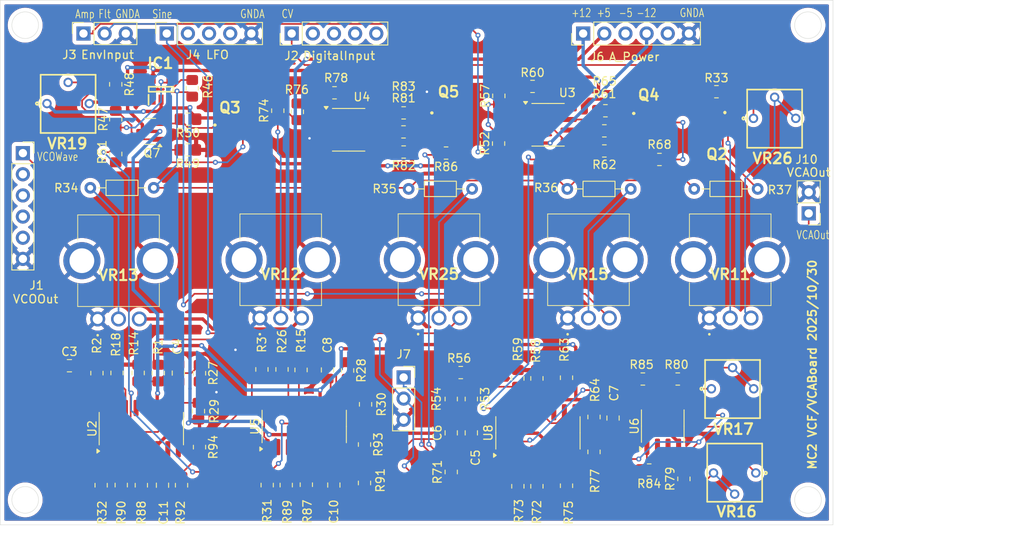
<source format=kicad_pcb>
(kicad_pcb (version 20241229) (generator "pcbnew") (generator_version "9.0")
  (layers (0 "F.Cu" signal) (2 "B.Cu" signal) (13 "F.Paste" user) (15 "B.Paste" user) (5 "F.SilkS" user "F.Silkscreen") (7 "B.SilkS" user "B.Silkscreen") (1 "F.Mask" user) (3 "B.Mask" user) (25 "Edge.Cuts" user))
  (net 0 "")
  (net 1 "Net-(C3-Pad2)")
  (net 2 "VCOWave")
  (net 3 "GNDA")
  (net 4 "Net-(C4-Pad1)")
  (net 5 "VCA_ResoWav")
  (net 6 "Net-(C5-Pad2)")
  (net 7 "Net-(C6-Pad2)")
  (net 8 "VCF_OUT")
  (net 9 "Net-(C7-Pad2)")
  (net 10 "Net-(C8-Pad1)")
  (net 11 "Net-(C10-Pad1)")
  (net 12 "Net-(C11-Pad1)")
  (net 13 "Net-(IC1-OUTPUT)")
  (net 14 "+12VA")
  (net 15 "-12VA")
  (net 16 "Net-(IC1-INPUT_-)")
  (net 25 "CV")
  (net 26 "EnvAmp")
  (net 27 "EnvFlt")
  (net 28 "Sine")
  (net 32 "+5VA")
  (net 34 "-5VA")
  (net 35 "VCF_ResoWav")
  (net 36 "Net-(Q2-E)")
  (net 37 "Net-(Q2-B)")
  (net 38 "Net-(Q3-B)")
  (net 39 "Net-(Q3-C)")
  (net 40 "Net-(Q4-C)")
  (net 41 "Net-(Q4-E)")
  (net 42 "Net-(Q4-B)")
  (net 43 "Net-(Q5-E)")
  (net 44 "Net-(Q5-B)")
  (net 45 "Net-(Q5-C)")
  (net 46 "Net-(Q7-B)")
  (net 47 "Net-(U2A--)")
  (net 48 "Net-(U2A-+)")
  (net 49 "LP12db")
  (net 50 "Net-(U5A-+)")
  (net 51 "Net-(U5A--)")
  (net 52 "LP6db")
  (net 53 "LP18db")
  (net 54 "Net-(U5C-+)")
  (net 55 "Net-(U2C-+)")
  (net 56 "Net-(VR13-WIPER)")
  (net 57 "Net-(VR25-WIPER)")
  (net 58 "Net-(VR15-WIPER)")
  (net 59 "Net-(VR19-WIPER)")
  (net 60 "VCFCnt")
  (net 61 "Net-(U3A--)")
  (net 62 "Net-(R53-Pad1)")
  (net 63 "Net-(U8A-+)")
  (net 64 "Net-(R57-Pad2)")
  (net 65 "Net-(U8A--)")
  (net 66 "Net-(U3B-+)")
  (net 67 "Net-(R63-Pad2)")
  (net 68 "Net-(R65-Pad1)")
  (net 69 "VCACnt")
  (net 70 "Net-(U8C-+)")
  (net 71 "Net-(U8C--)")
  (net 72 "Net-(U4A--)")
  (net 73 "Net-(VR12-WIPER)")
  (net 74 "Net-(R75-Pad2)")
  (net 75 "Net-(R76-Pad2)")
  (net 76 "Net-(U6A-+)")
  (net 77 "Net-(U4B-+)")
  (net 78 "Net-(U6A--)")
  (net 79 "Net-(U6B--)")
  (net 80 "Net-(R83-Pad1)")
  (net 81 "Net-(VR16-CW)")
  (net 82 "Net-(VR17-CW)")
  (net 83 "ResoCnt")
  (net 84 "Net-(U5C--)")
  (net 85 "Net-(U2C--)")
  (net 92 "Net-(VR11-CW)")
  (net 93 "VCAOut")
  (footprint "Resistor_THT:R_Axial_DIN0204_L3.6mm_D1.6mm_P7.62mm_Horizontal" (layer "F.Cu") (at 142.715 106.657 180)
    (property "Reference" "R36")
    (property "Value" "39K")
  )
  (footprint "Resistor_SMD:R_0805_2012Metric_Pad1.20x1.40mm_HandSolder" (layer "F.Cu") (at 148.359 129.488 180)
    (property "Reference" "R80")
    (property "Value" "0805W8F1002T5E")
  )
  (footprint "Capacitor_SMD:C_0805_2012Metric_Pad1.18x1.45mm_HandSolder" (layer "F.Cu") (at 88.392 128.775 90)
    (property "Reference" "C4")
    (property "Value" "ECH-U1H221JX5")
  )
  (footprint "SamacSys_parts:RK09D117000B" (layer "F.Cu") (at 98.183 122.166)
    (property "Reference" "VR12")
    (property "Value" "Resonance 100KB" (hide yes))
  )
  (footprint "Resistor_SMD:R_0805_2012Metric_Pad1.20x1.40mm_HandSolder" (layer "F.Cu") (at 90.058 94.581 90)
    (property "Reference" "R46")
    (property "Value" "0805W8F1002T5E")
  )
  (footprint "Resistor_SMD:R_0805_2012Metric_Pad1.20x1.40mm_HandSolder" (layer "F.Cu") (at 90.805 133.347 90)
    (property "Reference" "R29")
    (property "Value" "0805W8F1002T5E")
  )
  (footprint "SamacSys_parts:1SS294LFT" (layer "F.Cu") (at 120.836 98.483 -90)
    (property "Reference" "Q5")
    (property "Value" "2SA1162-GR_F_" (hide yes))
  )
  (footprint "SamacSys_parts:3362P_1" (layer "F.Cu") (at 154.94 134.19)
    (property "Reference" "VR17")
    (property "Value" "3362P-1-103LF" (hide yes))
  )
  (footprint "SamacSys_parts:1SS294LFT" (layer "F.Cu") (at 145.076 98.544 -90)
    (property "Reference" "Q4")
    (property "Value" "2SA1162-GR_F_" (hide yes))
  )
  (footprint "Resistor_SMD:R_0805_2012Metric_Pad1.20x1.40mm_HandSolder" (layer "F.Cu") (at 138.303 134.047 90)
    (property "Reference" "R64")
    (property "Value" "0805W8F5101T5E")
  )
  (footprint "Resistor_SMD:R_0805_2012Metric_Pad1.20x1.40mm_HandSolder" (layer "F.Cu") (at 110.871 132.526 90)
    (property "Reference" "R30")
    (property "Value" "0805W8F1002T5E")
  )
  (footprint "Resistor_THT:R_Axial_DIN0204_L3.6mm_D1.6mm_P7.62mm_Horizontal" (layer "F.Cu") (at 157.955 106.657 180)
    (property "Reference" "R37")
    (property "Value" "150K")
  )
  (footprint "Resistor_SMD:R_0805_2012Metric_Pad1.20x1.40mm_HandSolder" (layer "F.Cu") (at 90.932 128.794 -90)
    (property "Reference" "R27")
    (property "Value" "0805W8F6802T5E")
  )
  (footprint "SamacSys_parts:RK09D117000B" (layer "F.Cu") (at 135.14 122.166)
    (property "Reference" "VR15")
    (property "Value" "Mod 100KA" (hide yes))
  )
  (footprint "Resistor_SMD:R_0805_2012Metric_Pad1.20x1.40mm_HandSolder" (layer "F.Cu") (at 130.925 94.353)
    (property "Reference" "R60")
    (property "Value" "0805W8F1002T5E")
  )
  (footprint "Connector_PinSocket_2.54mm:PinSocket_1x05_P2.54mm_Vertical" (layer "F.Cu") (at 87 88 90)
    (property "Reference" "J4")
    (property "Value" "LFO")
  )
  (footprint "Resistor_SMD:R_0805_2012Metric_Pad1.20x1.40mm_HandSolder" (layer "F.Cu") (at 108.712 128.462 -90)
    (property "Reference" "R28")
    (property "Value" "0805W8F6802T5E")
  )
  (footprint "SamacSys_parts:RK09D117000B" (layer "F.Cu") (at 117.188 122.151)
    (property "Reference" "VR25")
    (property "Value" "Env 100KB" (hide yes))
  )
  (footprint "Resistor_SMD:R_0805_2012Metric_Pad1.20x1.40mm_HandSolder" (layer "F.Cu") (at 121.158 140.651 90)
    (property "Reference" "R71")
    (property "Value" "0805W8F1002T5E")
  )
  (footprint "Resistor_SMD:R_0805_2012Metric_Pad1.20x1.40mm_HandSolder" (layer "F.Cu") (at 115.445 97.528)
    (property "Reference" "R83")
    (property "Value" "0805W8F1001T5E")
  )
  (footprint "Resistor_SMD:R_0805_2012Metric_Pad1.20x1.40mm_HandSolder" (layer "F.Cu") (at 107.144 95.115)
    (property "Reference" "R78")
    (property "Value" "0805W8F1002T5E")
  )
  (footprint "Resistor_SMD:R_0805_2012Metric_Pad1.20x1.40mm_HandSolder" (layer "F.Cu") (at 103.759 142.178 90)
    (property "Reference" "R87")
    (property "Value" "0805W8F5600T5E")
  )
  (footprint "Capacitor_SMD:C_0805_2012Metric_Pad1.18x1.45mm_HandSolder" (layer "F.Cu") (at 107.061 142.2185 -90)
    (property "Reference" "C10")
    (property "Value" "ECH-U1H221JX5")
  )
  (footprint "Package_SO:SOIC-8_3.9x4.9mm_P1.27mm" (layer "F.Cu") (at 132.784 98.958)
    (property "Reference" "U3")
    (property "Value" "TL072CDT")
  )
  (footprint "Resistor_SMD:R_0805_2012Metric_Pad1.20x1.40mm_HandSolder" (layer "F.Cu") (at 126.845 101.211 90)
    (property "Reference" "R52")
    (property "Value" "0805W8F1003T5E")
  )
  (footprint "SamacSys_parts:SOT95P282X145-5N" (layer "F.Cu") (at 86.314 94.692 90)
    (property "Reference" "IC1")
    (property "Value" "AS321KTR-G1" (hide yes))
  )
  (footprint "Connector_PinSocket_2.54mm:PinSocket_1x03_P2.54mm_Vertical" (layer "F.Cu") (at 77 88 90)
    (property "Reference" "J3")
    (property "Value" "EnvInput")
  )
  (footprint "Resistor_SMD:R_0805_2012Metric_Pad1.20x1.40mm_HandSolder" (layer "F.Cu") (at 131.445 129.413 -90)
    (property "Reference" "R58")
    (property "Value" "0805W8F5600T5E")
  )
  (footprint "Resistor_SMD:R_0805_2012Metric_Pad1.20x1.40mm_HandSolder" (layer "F.Cu") (at 122.301 128.713 180)
    (property "Reference" "R56")
    (property "Value" "0805W8F1002T5E")
  )
  (footprint "Resistor_SMD:R_0805_2012Metric_Pad1.20x1.40mm_HandSolder" (layer "F.Cu") (at 88.773 142.24 90)
    (property "Reference" "R92")
    (property "Value" "0805W8F6802T5E")
  )
  (footprint "SamacSys_parts:RK09D117000B" (layer "F.Cu") (at 152.158 122.166)
    (property "Reference" "VR11")
    (property "Value" "KYBD 100KB" (hide yes))
  )
  (footprint "Resistor_SMD:R_0805_2012Metric_Pad1.20x1.40mm_HandSolder" (layer "F.Cu") (at 110.744 137.352 -90)
    (property "Reference" "R93")
    (property "Value" "0805W8F1002T5E")
  )
  (footprint "Resistor_SMD:R_0805_2012Metric_Pad1.20x1.40mm_HandSolder" (layer "F.Cu") (at 98.425 128.335 -90)
    (property "Reference" "R3")
    (property "Value" "0805W8F1003T5E")
  )
  (footprint "Resistor_SMD:R_0805_2012Metric_Pad1.20x1.40mm_HandSolder" (layer "F.Cu") (at 100.838 128.335 -90)
    (property "Reference" "R26")
    (property "Value" "0805W8F5600T5E")
  )
  (footprint "Package_SO:SOIC-16_3.9x9.9mm_P1.27mm" (layer "F.Cu") (at 83.947 135.444 90)
    (property "Reference" "U2")
    (property "Value" "LM13700")
  )
  (footprint "Resistor_SMD:R_0805_2012Metric_Pad1.20x1.40mm_HandSolder" (layer "F.Cu") (at 144.93 140.41 180)
    (property "Reference" "R84")
    (property "Value" "0805W8F1002T5E")
  )
  (footprint "Resistor_SMD:R_0805_2012Metric_Pad1.20x1.40mm_HandSolder" (layer "F.Cu") (at 120.541 102.354 180)
    (property "Reference" "R86")
    (property "Value" "0805W8F5101T5E")
  )
  (footprint "Resistor_SMD:R_0805_2012Metric_Pad1.20x1.40mm_HandSolder" (layer "F.Cu") (at 110.744 141.97 90)
    (property "Reference" "R91")
    (property "Value" "0805W8F6802T5E")
  )
  (footprint "Resistor_SMD:R_0805_2012Metric_Pad1.20x1.40mm_HandSolder" (layer "F.Cu") (at 89.523 101.973 180)
    (property "Reference" "R49")
    (property "Value" "0805W8F1001T5E")
  )
  (footprint "Capacitor_SMD:C_0805_2012Metric_Pad1.18x1.45mm_HandSolder" (layer "F.Cu") (at 106.299 128.397 90)
    (property "Reference" "C8")
    (property "Value" "ECH-U1H221JX5")
  )
  (footprint "Resistor_SMD:R_0805_2012Metric_Pad1.20x1.40mm_HandSolder" (layer "F.Cu") (at 135.001 129.332 -90)
    (property "Reference" "R63")
    (property "Value" "0805W8F1002T5E")
  )
  (footprint "Connector_PinHeader_2.54mm:PinHeader_1x06_P2.54mm_Vertical" (layer "F.Cu") (at 137 88 90)
    (property "Reference" "J6")
    (property "Value" "A_Power")
  )
  (footprint "Resistor_SMD:R_0805_2012Metric_Pad1.20x1.40mm_HandSolder" (layer "F.Cu") (at 138.303 138.238 90)
    (property "Reference" "R77")
    (property "Value" "0805W8F5101T5E")
  )
  (footprint "SamacSys_parts:3362P_1" (layer "F.Cu") (at 155.194 137.238 180)
    (property "Reference" "VR16")
    (property "Value" "3362P-1-103LF" (hide yes))
  )
  (footprint "Connector_PinHeader_2.54mm:PinHeader_1x02_P2.54mm_Vertical" (layer "F.Cu") (at 164.084 109.601 180)
    (property "Reference" "J10")
    (property "Value" "VCAOut")
  )
  (footprint "Resistor_SMD:R_0805_2012Metric_Pad1.20x1.40mm_HandSolder" (layer "F.Cu") (at 100.33 97.266 90)
    (property "Reference" "R74")
    (property "Value" "0805W8F1003T5E")
  )
  (footprint "Resistor_SMD:R_0805_2012Metric_Pad1.20x1.40mm_HandSolder" (layer "F.Cu") (at 135.001 142.302 90)
    (property "Reference" "R75")
    (property "Value" "0805W8F1002T5E")
  )
  (footprint "Package_SO:SOIC-8_3.9x4.9mm_P1.27mm" (layer "F.Cu") (at 108.841 99.56)
    (property "Reference" "U4")
    (property "Value" "TL072CDT")
  )
  (footprint "Resistor_SMD:R_0805_2012Metric_Pad1.20x1.40mm_HandSolder" (layer "F.Cu") (at 83.566 128.759 -90)
    (property "Reference" "R14")
    (property "Value" "0805W8F5600T5E")
  )
  (footprint "Resistor_SMD:R_0805_2012Metric_Pad1.20x1.40mm_HandSolder" (layer "F.Cu") (at 121.158 131.888 -90)
    (property "Reference" "R54")
    (property "Value" "0805W8F1002T5E")
  )
  (footprint "Resistor_SMD:R_0805_2012Metric_Pad1.20x1.40mm_HandSolder" (layer "F.Cu") (at 129.159 129.413 -90)
    (property "Reference" "R59")
    (property "Value" "0805W8F5600T5E")
  )
  (footprint "Resistor_SMD:R_0805_2012Metric_Pad1.20x1.40mm_HandSolder" (layer "F.Cu") (at 144.168 129.488)
    (property "Reference" "R85")
    (property "Value" "0805W8F1001T5E")
  )
  (footprint "Resistor_SMD:R_0805_2012Metric_Pad1.20x1.40mm_HandSolder" (layer "F.Cu") (at 126.873 95.488 90)
    (property "Reference" "R57")
    (property "Value" "0805W8F1003T5E")
  )
  (footprint "Package_SO:SOIC-16_3.9x9.9mm_P1.27mm" (layer "F.Cu") (at 131.572 135.952 90)
    (property "Reference" "U8")
    (property "Value" "LM13700")
  )
  (footprint "Resistor_SMD:R_0805_2012Metric_Pad1.20x1.40mm_HandSolder" (layer "F.Cu") (at 81.534 142.224 90)
    (property "Reference" "R90")
    (property "Value" "0805W8F5600T5E")
  )
  (footprint "Resistor_SMD:R_0805_2012Metric_Pad1.20x1.40mm_HandSolder" (layer "F.Cu") (at 81.026 128.759 -90)
    (property "Reference" "R18")
    (property "Value" "0805W8F5600T5E")
  )
  (footprint "Capacitor_SMD:C_0805_2012Metric_Pad1.18x1.45mm_HandSolder" (layer "F.Cu") (at 123.571 135.952 90)
    (property "Reference" "C5")
    (property "Value" "CL21A106KAYNNNE")
  )
  (footprint "Resistor_SMD:R_0805_2012Metric_Pad1.20x1.40mm_HandSolder" (layer "F.Cu") (at 99.06 142.224 -90)
    (property "Reference" "R31")
    (property "Value" "0805W8F1003T5E")
  )
  (footprint "Resistor_SMD:R_0805_2012Metric_Pad1.20x1.40mm_HandSolder" (layer "F.Cu") (at 139.545 102.1 180)
    (property "Reference" "R62")
    (property "Value" "0805W8F1001T5E")
  )
  (footprint "Package_TO_SOT_SMD:SOT-23" (layer "F.Cu") (at 85.0135 99.753 180)
    (property "Reference" "Q7")
    (property "Value" "SS8050(RANGE:200-350)")
  )
  (footprint "SamacSys_parts:RK09D117000B" (layer "F.Cu") (at 78.707 122.279)
    (property "Reference" "VR13")
    (property "Value" "Freq 100KB" (hide yes))
  )
  (footprint "Resistor_SMD:R_0805_2012Metric_Pad1.20x1.40mm_HandSolder" (layer "F.Cu") (at 103.124 128.397 -90)
    (property "Reference" "R15")
    (property "Value" "0805W8F5600T5E")
  )
  (footprint "Resistor_SMD:R_0805_2012Metric_Pad1.20x1.40mm_HandSolder" (layer "F.Cu") (at 89.553 98.29 180)
    (property "Reference" "R50")
    (property "Value" "0805W8F1003T5E")
  )
  (footprint "Connector_PinHeader_2.54mm:PinHeader_1x05_P2.54mm_Vertical" (layer "F.Cu") (at 102 88 90)
    (property "Reference" "J2")
    (property "Value" "DigitalInput")
  )
  (footprint "Capacitor_SMD:C_0805_2012Metric_Pad1.18x1.45mm_HandSolder" (layer "F.Cu") (at 75.311 127.889)
    (property "Reference" "C3")
    (property "Value" "CL21A106KAYNNNE")
  )
  (footprint "Resistor_SMD:R_0805_2012Metric_Pad1.20x1.40mm_HandSolder" (layer "F.Cu") (at 101.346 142.224 90)
    (property "Reference" "R89")
    (property "Value" "0805W8F5600T5E")
  )
  (footprint "Capacitor_SMD:C_0805_2012Metric_Pad1.18x1.45mm_HandSolder" (layer "F.Cu") (at 86.487 142.24 -90)
    (property "Reference" "C11")
    (property "Value" "ECH-U1H221JX5")
  )
  (footprint "Resistor_SMD:R_0805_2012Metric_Pad1.20x1.40mm_HandSolder" (layer "F.Cu") (at 131.445 142.367 90)
    (property "Reference" "R72")
    (property "Value" "0805W8F5600T5E")
  )
  (footprint "Connector_PinSocket_2.54mm:PinSocket_1x03_P2.54mm_Vertical" (layer "F.Cu") (at 115.443 129.299)
    (property "Reference" "J7")
    (property "Value" "VCFOut")
  )
  (footprint "Resistor_SMD:R_0805_2012Metric_Pad1.20x1.40mm_HandSolder" (layer "F.Cu") (at 149.098 141.478 90)
    (property "Reference" "R79")
    (property "Value" "0805W8F1002T5E")
  )
  (footprint "SamacSys_parts:1SS294LFT" (layer "F.Cu") (at 94.784 99.941 -90)
    (property "Reference" "Q3")
    (property "Value" "2SA1162-GR_F_" (hide yes))
  )
  (footprint "Capacitor_SMD:C_0805_2012Metric_Pad1.18x1.45mm_HandSolder" (layer "F.Cu") (at 121.158 135.952 90)
    (property "Reference" "C6")
    (property "Value" "CL21A106KAYNNNE")
  )
  (footprint "Resistor_SMD:R_0805_2012Metric_Pad1.20x1.40mm_HandSolder" (layer "F.Cu") (at 115.429 99.814 180)
    (property "Reference" "R81")
    (property "Value" "0805W8F1001T5E")
  )
  (footprint "Capacitor_SMD:C_0805_2012Metric_Pad1.18x1.45mm_HandSolder" (layer "F.Cu") (at 140.589 134.174 90)
    (property "Reference" "C7")
    (property "Value" "CL21B105KBFNNNE")
  )
  (footprint "Resistor_SMD:R_0805_2012Metric_Pad1.20x1.40mm_HandSolder" (layer "F.Cu") (at 80.871 102.465 90)
    (property "Reference" "R51")
    (property "Value" "0805W8F1002T5E")
  )
  (footprint "Package_SO:SOIC-16_3.9x9.9mm_P1.27mm" (layer "F.Cu") (at 103.505 135.187 90)
    (property "Reference" "U5")
    (property "Value" "LM13700")
  )
  (footprint "Resistor_SMD:R_0805_2012Metric_Pad1.20x1.40mm_HandSolder" (layer "F.Cu") (at 115.445 102.227 180)
    (property "Reference" "R82")
    (property "Value" "0805W8F1001T5E")
  )
  (footprint "Resistor_SMD:R_0805_2012Metric_Pad1.20x1.40mm_HandSolder" (layer "F.Cu") (at 83.947 142.24 90)
    (property "Reference" "R88")
    (property "Value" "0805W8F5600T5E")
  )
  (footprint "Resistor_SMD:R_0805_2012Metric_Pad1.20x1.40mm_HandSolder" (layer "F.Cu") (at 129.159 142.367 90)
    (property "Reference" "R73")
    (property "Value" "0805W8F5600T5E")
  )
  (footprint "Package_SO:SOIC-8_3.9x4.9mm_P1.27mm" (layer "F.Cu") (at 146.558 135.141 90)
    (property "Reference" "U6")
    (property "Value" "TL072CDT")
  )
  (footprint "Resistor_SMD:R_0805_2012Metric_Pad1.20x1.40mm_HandSolder" (layer "F.Cu") (at 123.571 131.888 -90)
    (property "Reference" "R53")
    (property "Value" "0805W8F4702T5E")
  )
  (footprint "Resistor_SMD:R_0805_2012Metric_Pad1.20x1.40mm_HandSolder" (layer "F.Cu") (at 78.613 128.778 -90)
    (property "Reference" "R2")
    (property "Value" "0805W8F1003T5E")
  )
  (footprint "SamacSys_parts:1SS294LFT" (layer "F.Cu") (at 153.068 99.49 180)
    (property "Reference" "Q2")
    (property "Value" "2SA1162-GR_F_" (hide yes))
  )
  (footprint "Resistor_SMD:R_0805_2012Metric_Pad1.20x1.40mm_HandSolder" (layer "F.Cu") (at 102.683 97.401 90)
    (property "Reference" "R76")
    (property "Value" "0805W8F2003T5E")
  )
  (footprint "Resistor_SMD:R_0805_2012Metric_Pad1.20x1.40mm_HandSolder" (layer "F.Cu") (at 85.979 128.775 -90)
    (property "Reference" "R1")
    (property "Value" "0805W8F1003T5E")
  )
  (footprint "Resistor_SMD:R_0805_2012Metric_Pad1.20x1.40mm_HandSolder" (layer "F.Cu") (at 146.161 103.124 180)
    (property "Reference" "R68")
    (property "Value" "0805W8F1002T5E")
  )
  (footprint "Resistor_SMD:R_0805_2012Metric_Pad1.20x1.40mm_HandSolder" (layer "F.Cu") (at 139.672 97.274)
    (property "Reference" "R65")
    (property "Value" "0805W8F1001T5E")
  )
  (footprint "Resistor_SMD:R_0805_2012Metric_Pad1.20x1.40mm_HandSolder" (layer "F.Cu") (at 80.871 98.29 90)
    (property "Reference" "R47")
    (property "Value" "0805W8F2702T5E")
  )
  (footprint "Resistor_SMD:R_0805_2012Metric_Pad1.20x1.40mm_HandSolder" (layer "F.Cu") (at 80.871 94.099 -90)
    (property "Reference" "R48")
    (property "Value" "0805W8F4702T5E")
  )
  (footprint "Resistor_SMD:R_0805_2012Metric_Pad1.20x1.40mm_HandSolder" (layer "F.Cu") (at 153.007 94.988 180)
    (property "Reference" "R33")
    (property "Value" "0805W8F3302T5E")
  )
  (footprint "Resistor_SMD:R_0805_2012Metric_Pad1.20x1.40mm_HandSolder" (layer "F.Cu") (at 90.932 137.665 -90)
    (property "Reference" "R94")
    (property "Value" "0805W8F1002T5E")
  )
  (footprint "Resistor_THT:R_Axial_DIN0204_L3.6mm_D1.6mm_P7.62mm_Horizontal" (layer "F.Cu") (at 123.665 106.657 180)
    (property "Reference" "R35")
    (property "Value" "56K")
  )
  (footprint "Resistor_THT:R_Axial_DIN0204_L3.6mm_D1.6mm_P7.62mm_Horizontal" (layer "F.Cu") (at 77.818 106.53)
    (property "Reference" "R34")
    (property "Value" "20K")
  )
  (footprint "SamacSys_parts:3362P_1" (layer "F.Cu") (at 75.156 99.941)
    (property "Reference" "VR19")
    (property "Value" "3362P-1-104LF" (hide yes))
  )
  (footprint "SamacSys_parts:3362P_1" (layer "F.Cu") (at 159.992 101.719)
    (property "Reference" "VR26")
    (property "Value" "3362P-1-503LF" (hide yes))
  )
  (footprint "Resistor_SMD:R_0805_2012Metric_Pad1.20x1.40mm_HandSolder" (layer "F.Cu") (at 139.545 99.687 180)
    (property "Reference" "R61")
    (property "Value" "0805W8F1001T5E")
  )
  (footprint "Connector_PinSocket_2.54mm:PinSocket_1x06_P2.54mm_Vertical" (layer "F.Cu") (at 69.723 102.362)
    (property "Reference" "J1")
    (property "Value" "VCOOut")
  )
  (footprint "Resistor_SMD:R_0805_2012Metric_Pad1.20x1.40mm_HandSolder" (layer "F.Cu") (at 79.121 142.24 -90)
    (property "Reference" "R32")
    (property "Value" "0805W8F1003T5E")
  )
  (gr_circle (center 164 144) (end 165.6 144) (stroke (width 0.05)) (fill no) (layer "Edge.Cuts"))
  (gr_circle (center 70 87) (end 71.6 87) (stroke (width 0.05)) (fill no) (layer "Edge.Cuts"))
  (gr_circle (center 70 144) (end 71.6 144) (stroke (width 0.05)) (fill no) (layer "Edge.Cuts"))
  (gr_rect (start 67 84) (end 167 147) (stroke (width 0.05)) (fill no) (layer "Edge.Cuts"))
  (gr_circle (center 164 87) (end 165.6 87) (stroke (width 0.05)) (fill no) (layer "Edge.Cuts"))
  (gr_text "Sine" (at 85.2 86.25 0) (layer "F.SilkS") (effects (font (size 1 0.75) (thickness 0.1)) (justify left bottom)))
  (gr_text "VCOWave" (at 71.374 103.378 0) (layer "F.SilkS") (effects (font (size 1 0.75) (thickness 0.1)) (justify left bottom)))
  (gr_text "GNDA" (at 148.5392 86.106 0) (layer "F.SilkS") (effects (font (size 1 0.75) (thickness 0.1)) (justify left bottom)))
  (gr_text "CV" (at 100.73 86.23 0) (layer "F.SilkS") (effects (font (size 1 0.75) (thickness 0.1)) (justify left bottom)))
  (gr_text "+12" (at 135.5344 86.106 0) (layer "F.SilkS") (effects (font (size 1 0.75) (thickness 0.1)) (justify left bottom)))
  (gr_text "MC2 VCF/VCABoard 2025/10/30" (at 165.1 140.462 90) (layer "F.SilkS") (effects (font (size 1 1) (thickness 0.2) (bold yes)) (justify left bottom)))
  (gr_text "Amp" (at 75.946 86.25 0) (layer "F.SilkS") (effects (font (size 1 0.75) (thickness 0.1)) (justify left bottom)))
  (gr_text "-12" (at 143.3576 86.106 0) (layer "F.SilkS") (effects (font (size 1 0.75) (thickness 0.1)) (justify left bottom)))
  (gr_text "-5" (at 141.224 86.106 0) (layer "F.SilkS") (effects (font (size 1 0.75) (thickness 0.1)) (justify left bottom)))
  (gr_text "Flt" (at 78.74 86.25 0) (layer "F.SilkS") (effects (font (size 1 0.75) (thickness 0.1)) (justify left bottom)))
  (gr_text "GNDA" (at 95.758 86.233 0) (layer "F.SilkS") (effects (font (size 1 0.75) (thickness 0.1)) (justify left bottom)))
  (gr_text "+5" (at 138.5824 86.106 0) (layer "F.SilkS") (effects (font (size 1 0.75) (thickness 0.1)) (justify left bottom)))
  (gr_text "VCAOut" (at 162.56 112.776 0) (layer "F.SilkS") (effects (font (size 1 0.75) (thickness 0.1)) (justify left bottom)))
  (gr_text "GNDA" (at 80.772 86.233 0) (layer "F.SilkS") (effects (font (size 1 0.75) (thickness 0.1)) (justify left bottom)))
  (segment (start 78.502 127.889) (end 78.613 127.778) (width 0.2) (layer "F.Cu") (net 1))
  (segment (start 76.3485 127.889) (end 78.502 127.889) (width 0.2) (layer "F.Cu") (net 1))
  (segment (start 74.2735 120.3745) (end 72.898 118.999) (width 0.2) (layer "F.Cu") (net 2))
  (segment (start 72.898 118.999) (end 72.898 105.537) (width 0.2) (layer "F.Cu") (net 2))
  (segment (start 74.2735 127.889) (end 74.2735 120.3745) (width 0.2) (layer "F.Cu") (net 2))
  (segment (start 72.898 105.537) (end 69.723 102.362) (width 0.2) (layer "F.Cu") (net 2))
  (via (at 118.237 94.996) (size 0.6) (drill 0.3) (layers "F.Cu" "B.Cu") (net 3))
  (via (at 104.14 100.584) (size 0.6) (drill 0.3) (layers "F.Cu" "B.Cu") (net 3))
  (via (at 92.964 131.064) (size 0.6) (drill 0.3) (layers "F.Cu" "B.Cu") (net 3))
  (via (at 95.25 125.984) (size 0.6) (drill 0.3) (layers "F.Cu" "B.Cu") (net 3))
  (segment (start 87.122 133.3216) (end 86.1964 134.2472) (width 0.2) (layer "F.Cu") (net 4))
  (segment (start 87.122 132.969) (end 87.122 133.3216) (width 0.2) (layer "F.Cu") (net 4))
  (segment (start 84.582 133.3253) (end 84.582 132.969) (width 0.2) (layer "F.Cu") (net 4))
  (segment (start 86.1964 134.2472) (end 85.5039 134.2472) (width 0.2) (layer "F.Cu") (net 4))
  (segment (start 85.5039 134.2472) (end 84.582 133.3253) (width 0.2) (layer "F.Cu") (net 4))
  (segment (start 87.122 131.0825) (end 88.392 129.8125) (width 0.2) (layer "F.Cu") (net 4))
  (segment (start 87.122 132.969) (end 87.122 131.0825) (width 0.2) (layer "F.Cu") (net 4))
  (segment (start 145.923 131.0818) (end 145.923 131.1231) (width 0.2) (layer "F.Cu") (net 5))
  (segment (start 145.923 131.1231) (end 145.923 132.666) (width 0.2) (layer "F.Cu") (net 5))
  (segment (start 145.923 130.8187) (end 145.923 131.0818) (width 0.2) (layer "F.Cu") (net 5))
  (segment (start 136.9723 130.8187) (end 145.168 130.8187) (width 0.2) (layer "F.Cu") (net 5))
  (segment (start 145.168 130.8187) (end 145.923 130.8187) (width 0.2) (layer "F.Cu") (net 5))
  (segment (start 123.571 136.9895) (end 130.434 136.9895) (width 0.2) (layer "F.Cu") (net 5))
  (segment (start 130.434 136.9895) (end 130.5982 136.8253) (width 0.2) (layer "F.Cu") (net 5))
  (segment (start 145.168 129.488) (end 145.168 130.8187) (width 0.2) (layer "F.Cu") (net 5))
  (via (at 136.9723 130.8187) (size 0.6) (drill 0.3) (layers "F.Cu" "B.Cu") (net 5))
  (via (at 130.5982 136.8253) (size 0.6) (drill 0.3) (layers "F.Cu" "B.Cu") (net 5))
  (segment (start 130.9657 136.8253) (end 136.9723 130.8187) (width 0.2) (layer "B.Cu") (net 5))
  (segment (start 130.5982 136.8253) (end 130.9657 136.8253) (width 0.2) (layer "B.Cu") (net 5))
  (segment (start 123.571 134.9145) (end 123.571 132.888) (width 0.2) (layer "F.Cu") (net 6))
  (segment (start 121.158 132.888) (end 121.158 134.9145) (width 0.2) (layer "F.Cu") (net 7))
  (segment (start 119.9455 139.651) (end 121.158 139.651) (width 0.2) (layer "F.Cu") (net 8))
  (segment (start 117.8723 136.6995) (end 117.8183 136.6995) (width 0.2) (layer "F.Cu") (net 8))
  (segment (start 120.868 136.6995) (end 117.8723 136.6995) (width 0.2) (layer "F.Cu") (net 8))
  (segment (start 110.744 137.662) (end 110.0953 137.662) (width 0.2) (layer "F.Cu") (net 8))
  (segment (start 117.5875 137.3404) (end 117.5875 136.6995) (width 0.2) (layer "F.Cu") (net 8))
  (segment (start 117.8723 137.5778) (end 119.9455 139.651) (width 0.2) (layer "F.Cu") (net 8))
  (segment (start 110.744 140.97) (end 110.744 138.352) (width 0.2) (layer "F.Cu") (net 8))
  (segment (start 110.744 137.662) (end 110.744 138.352) (width 0.2) (layer "F.Cu") (net 8))
  (segment (start 116.5947 136.6995) (end 115.6322 137.662) (width 0.2) (layer "F.Cu") (net 8))
  (segment (start 116.636 136.6995) (end 116.5947 136.6995) (width 0.2) (layer "F.Cu") (net 8))
  (segment (start 117.8723 136.6995) (end 117.8723 137.5778) (width 0.2) (layer "F.Cu") (net 8))
  (segment (start 117.8183 136.6995) (end 117.5875 136.6995) (width 0.2) (layer "F.Cu") (net 8))
  (segment (start 107.95 137.662) (end 110.054 137.662) (width 0.2) (layer "F.Cu") (net 8))
  (segment (start 117.5875 136.6995) (end 116.636 136.6995) (width 0.2) (layer "F.Cu") (net 8))
  (segment (start 121.158 136.9895) (end 120.868 136.6995) (width 0.2) (layer "F.Cu") (net 8))
  (segment (start 110.0953 137.662) (end 110.054 137.662) (width 0.2) (layer "F.Cu") (net 8))
  (segment (start 110.744 137.662) (end 115.6322 137.662) (width 0.2) (layer "F.Cu") (net 8))
  (via (at 117.5875 137.3404) (size 0.6) (drill 0.3) (layers "F.Cu" "B.Cu") (net 8))
  (segment (start 117.5875 132.3073) (end 117.5875 137.3404) (width 0.2) (layer "B.Cu") (net 8))
  (segment (start 115.7309 130.4507) (end 117.5875 132.3073) (width 0.2) (layer "B.Cu") (net 8))
  (segment (start 115.443 129.299) (end 115.443 130.4507) (width 0.2) (layer "B.Cu") (net 8))
  (segment (start 115.443 130.4507) (end 115.7309 130.4507) (width 0.2) (layer "B.Cu") (net 8))
  (segment (start 140.589 133.1365) (end 138.3925 133.1365) (width 0.2) (layer "F.Cu") (net 9))
  (segment (start 138.3925 133.1365) (end 138.303 133.047) (width 0.2) (layer "F.Cu") (net 9))
  (segment (start 137.873 133.477) (end 138.303 133.047) (width 0.2) (layer "F.Cu") (net 9))
  (segment (start 136.017 133.477) (end 137.873 133.477) (width 0.2) (layer "F.Cu") (net 9))
  (segment (start 106.68 133.1509) (end 106.68 132.712) (width 0.2) (layer "F.Cu") (net 10))
  (segment (start 104.14 132.712) (end 104.14 133.067) (width 0.2) (layer "F.Cu") (net 10))
  (segment (start 106.299 129.4345) (end 106.68 129.8155) (width 0.2) (layer "F.Cu") (net 10))
  (segment (start 105.063 133.99) (end 105.8409 133.99) (width 0.2) (layer "F.Cu") (net 10))
  (segment (start 106.68 129.8155) (end 106.68 132.712) (width 0.2) (layer "F.Cu") (net 10))
  (segment (start 104.14 133.067) (end 105.063 133.99) (width 0.2) (layer "F.Cu") (net 10))
  (segment (start 105.8409 133.99) (end 106.68 133.1509) (width 0.2) (layer "F.Cu") (net 10))
  (segment (start 106.68 138.076) (end 106.68 137.662) (width 0.2) (layer "F.Cu") (net 11))
  (segment (start 104.14 138.0158) (end 105.4401 139.3159) (width 0.2) (layer "F.Cu") (net 11))
  (segment (start 106.4358 140.5558) (end 107.061 141.181) (width 0.2) (layer "F.Cu") (net 11))
  (segment (start 104.14 137.662) (end 104.14 138.0158) (width 0.2) (layer "F.Cu") (net 11))
  (segment (start 105.4401 139.3159) (end 106.5579 140.4337) (width 0.2) (layer "F.Cu") (net 11))
  (segment (start 105.4401 139.3159) (end 106.68 138.076) (width 0.2) (layer "F.Cu") (net 11))
  (segment (start 106.4358 140.5558) (end 106.5579 140.4337) (width 0.2) (layer "F.Cu") (net 11))
  (segment (start 86.487 139.2203) (end 85.4869 139.2203) (width 0.2) (layer "F.Cu") (net 12))
  (segment (start 84.582 138.3154) (end 84.582 137.919) (width 0.2) (layer "F.Cu") (net 12))
  (segment (start 86.487 139.2203) (end 86.487 141.2025) (width 0.2) (layer "F.Cu") (net 12))
  (segment (start 85.4869 139.2203) (end 84.582 138.3154) (width 0.2) (layer "F.Cu") (net 12))
  (segment (start 87.122 137.919) (end 87.122 139.2203) (width 0.2) (layer "F.Cu") (net 12))
  (segment (start 87.122 139.2203) (end 86.487 139.2203) (width 0.2) (layer "F.Cu") (net 12))
  (segment (start 80.8732 99.2922) (end 80.871 99.29) (width 0.2) (layer "F.Cu") (net 13))
  (segment (start 87.264 93.8928) (end 87.264 94.3437) (width 0.2) (layer "F.Cu") (net 13))
  (segment (start 82.1656 99.2922) (end 80.8732 99.2922) (width 0.2) (layer "F.Cu") (net 13))
  (segment (start 90.058 93.581) (end 88.7185 93.581) (width 0.2) (layer "F.Cu") (net 13))
  (segment (start 87.264 93.8928) (end 86.4165 93.8928) (width 0.2) (layer "F.Cu") (net 13))
  (segment (start 86.4165 93.8928) (end 86.314 93.7903) (width 0.2) (layer "F.Cu") (net 13))
  (segment (start 87.9558 94.3437) (end 87.264 94.3437) (width 0.2) (layer "F.Cu") (net 13))
  (segment (start 88.7185 93.581) (end 87.9558 94.3437) (width 0.2) (layer "F.Cu") (net 13))
  (segment (start 87.264 93.442) (end 87.264 93.8928) (width 0.2) (layer "F.Cu") (net 13))
  (via (at 82.1656 99.2922) (size 0.6) (drill 0.3) (layers "F.Cu" "B.Cu") (net 13))
  (via (at 86.314 93.7903) (size 0.6) (drill 0.3) (layers "F.Cu" "B.Cu") (net 13))
  (segment (start 86.314 96.2016) (end 83.2234 99.2922) (width 0.2) (layer "B.Cu") (net 13))
  (segment (start 83.2234 99.2922) (end 82.1656 99.2922) (width 0.2) (layer "B.Cu") (net 13))
  (segment (start 86.314 93.7903) (end 86.314 96.2016) (width 0.2) (layer "B.Cu") (net 13))
  (segment (start 85.364 92.4403) (end 107.2553 92.4403) (width 0.4) (layer "F.Cu") (net 14))
  (segment (start 143.9613 131.9743) (end 136.1142 131.9743) (width 0.4) (layer "F.Cu") (net 14))
  (segment (start 136.1142 125.7002) (end 135.763 125.349) (width 0.4) (layer "F.Cu") (net 14))
  (segment (start 82.296 96.2486) (end 77.8584 96.2486) (width 0.4) (layer "F.Cu") (net 14))
  (segment (start 82.296 92.075) (end 82.296 96.2486) (width 0.4) (layer "F.Cu") (net 14))
  (segment (start 85.364 93.792) (end 85.364 93.442) (width 0.4) (layer "F.Cu") (net 14))
  (segment (start 134.4779 131.9743) (end 133.477 132.9752) (width 0.4) (layer "F.Cu") (net 14))
  (segment (start 85.364 93.442) (end 85.364 92.4403) (width 0.4) (layer "F.Cu") (net 14))
  (segment (start 138.8464 93.8041) (end 138.8464 93.8868) (width 0.4) (layer "F.Cu") (net 14))
  (segment (start 105.41 130.81) (end 105.41 132.712) (width 0.4) (layer "F.Cu") (net 14))
  (segment (start 77.8584 96.2486) (end 77.696 96.411) (width 0.4) (layer "F.Cu") (net 14))
  (segment (start 136.1142 131.9743) (end 136.1142 125.7002) (width 0.4) (layer "F.Cu") (net 14))
  (segment (start 138.8464 93.6956) (end 138.3806 93.2298) (width 0.4) (layer "F.Cu") (net 14))
  (segment (start 144.653 132.666) (end 143.9613 131.9743) (width 0.4) (layer "F.Cu") (net 14))
  (segment (start 138.8464 93.6956) (end 138.8464 93.8041) (width 0.4) (layer "F.Cu") (net 14))
  (segment (start 84.076 99.753) (end 84.076 98.935) (width 0.4) (layer "F.Cu") (net 14))
  (segment (start 85.852 131.2409) (end 85.9082 131.1847) (width 0.4) (layer "F.Cu") (net 14))
  (segment (start 136.1142 131.9743) (end 134.4779 131.9743) (width 0.4) (layer "F.Cu") (net 14))
  (segment (start 86.1719 99.753) (end 84.076 99.753) (width 0.4) (layer "F.Cu") (net 14))
  (segment (start 131.445 125.349) (end 113.792 125.349) (width 0.4) (layer "F.Cu") (net 14))
  (segment (start 133.477 132.9752) (end 133.477 133.477) (width 0.4) (layer "F.Cu") (net 14))
  (segment (start 115.7412 93.2298) (end 111.893 97.078) (width 0.4) (layer "F.Cu") (net 14))
  (segment (start 137.324 94.988) (end 138.8464 94.988) (width 0.4) (layer "F.Cu") (net 14))
  (segment (start 138.3806 93.2298) (end 115.7412 93.2298) (width 0.4) (layer "F.Cu") (net 14))
  (segment (start 138.8464 94.988) (end 152.007 94.988) (width 0.4) (layer "F.Cu") (net 14))
  (segment (start 82.296 97.155) (end 82.296 96.2486) (width 0.4) (layer "F.Cu") (net 14))
  (segment (start 107.2553 92.4403) (end 111.893 97.078) (width 0.4) (layer "F.Cu") (net 14))
  (segment (start 113.284 125.857) (end 107.95 125.857) (width 0.4) (layer "F.Cu") (net 14))
  (segment (start 138.8464 94.988) (end 138.8464 93.8868) (width 0.4) (layer "F.Cu") (net 14))
  (segment (start 84.076 98.935) (end 82.296 97.155) (width 0.4) (layer "F.Cu") (net 14))
  (segment (start 85.852 132.969) (end 85.852 131.2409) (width 0.4) (layer "F.Cu") (net 14))
  (segment (start 85.364 92.4403) (end 85.364 92.222) (width 0.4) (layer "F.Cu") (net 14))
  (segment (start 135.259 97.053) (end 137.324 94.988) (width 0.4) (layer "F.Cu") (net 14))
  (segment (start 111.893 97.078) (end 111.316 97.655) (width 0.4) (layer "F.Cu") (net 14))
  (segment (start 113.792 125.349) (end 113.284 125.857) (width 0.4) (layer "F.Cu") (net 14))
  (segment (start 91.186 125.476) (end 88.011 125.476) (width 0.4) (layer "F.Cu") (net 14))
  (via (at 107.95 125.857) (size 0.6) (drill 0.3) (layers "F.Cu" "B.Cu") (net 14))
  (via (at 91.186 125.476) (size 0.6) (drill 0.3) (layers "F.Cu" "B.Cu") (net 14))
  (via (at 85.9082 131.1847) (size 0.6) (drill 0.3) (layers "F.Cu" "B.Cu") (net 14))
  (via (at 85.364 92.222) (size 0.6) (drill 0.3) (layers "F.Cu" "B.Cu") (net 14))
  (via (at 138.8464 93.6956) (size 0.6) (drill 0.3) (layers "F.Cu" "B.Cu") (net 14))
  (via (at 88.011 125.476) (size 0.6) (drill 0.3) (layers "F.Cu" "B.Cu") (net 14))
  (via (at 105.41 130.81) (size 0.6) (drill 0.3) (layers "F.Cu" "B.Cu") (net 14))
  (via (at 82.296 92.075) (size 0.6) (drill 0.3) (layers "F.Cu" "B.Cu") (net 14))
  (via (at 86.1719 99.753) (size 0.6) (drill 0.3) (layers "F.Cu" "B.Cu") (net 14))
  (via (at 135.763 125.349) (size 0.6) (drill 0.3) (layers "F.Cu" "B.Cu") (net 14))
  (via (at 131.445 125.349) (size 0.6) (drill 0.3) (layers "F.Cu" "B.Cu") (net 14))
  (segment (start 96.52 130.81) (end 105.41 130.81) (width 0.4) (layer "B.Cu") (net 14))
  (segment (start 107.95 125.857) (end 107.95 128.27) (width 0.4) (layer "B.Cu") (net 14))
  (segment (start 85.9082 125.702) (end 85.9082 131.1847) (width 0.4) (layer "B.Cu") (net 14))
  (segment (start 85.364 92.222) (end 85.217 92.075) (width 0.4) (layer "B.Cu") (net 14))
  (segment (start 87.933 125.554) (end 85.9082 125.554) (width 0.4) (layer "B.Cu") (net 14))
  (segment (start 85.9082 125.6193) (end 85.9082 125.554) (width 0.4) (layer "B.Cu") (net 14))
  (segment (start 107.95 128.27) (end 105.41 130.81) (width 0.4) (layer "B.Cu") (net 14))
  (segment (start 88.011 125.476) (end 87.933 125.554) (width 0.4) (layer "B.Cu") (net 14))
  (segment (start 85.9082 125.702) (end 85.9082 125.6193) (width 0.4) (layer "B.Cu") (net 14))
  (segment (start 82.9683 102.9566) (end 86.1719 99.753) (width 0.4) (layer "B.Cu") (net 14))
  (segment (start 137 88) (end 137 91.8492) (width 0.4) (layer "B.Cu") (net 14))
  (segment (start 135.763 125.349) (end 131.445 125.349) (width 0.4) (layer "B.Cu") (net 14))
  (segment (start 91.186 125.476) (end 96.52 130.81) (width 0.4) (layer "B.Cu") (net 14))
  (segment (start 82.9683 118.7567) (end 82.9683 102.9566) (width 0.4) (layer "B.Cu") (net 14))
  (segment (start 85.217 92.075) (end 82.296 92.075) (width 0.4) (layer "B.Cu") (net 14))
  (segment (start 137 91.8492) (end 138.8464 93.6956) (width 0.4) (layer "B.Cu") (net 14))
  (segment (start 85.9082 125.554) (end 85.9082 121.6966) (width 0.4) (layer "B.Cu") (net 14))
  (segment (start 85.9082 121.6966) (end 82.9683 118.7567) (width 0.4) (layer "B.Cu") (net 14))
  (segment (start 90.805 134.4105) (end 90.805 134.347) (width 0.4) (layer "F.Cu") (net 15))
  (segment (start 97.4999 99.9161) (end 95.7231 98.1393) (width 0.4) (layer "F.Cu") (net 15))
  (segment (start 110.744 136.2719) (end 110.744 136.352) (width 0.4) (layer "F.Cu") (net 15))
  (segment (start 130.309 100.863) (end 130.277 100.863) (width 0.4) (layer "F.Cu") (net 15))
  (segment (start 105.41 137.1338) (end 105.41 137.662) (width 0.4) (layer "F.Cu") (net 15))
  (segment (start 138.303 135.047) (end 136.8346 136.5154) (width 0.4) (layer "F.Cu") (net 15))
  (segment (start 89.4401 96.9437) (end 89.3574 96.9437) (width 0.4) (layer "F.Cu") (net 15))
  (segment (start 136.8346 136.9953) (end 136.8346 137.5133) (width 0.4) (layer "F.Cu") (net 15))
  (segment (start 90.932 136.665) (end 90.932 134.474) (width 0.4) (layer "F.Cu") (net 15))
  (segment (start 138.303 138.9325) (end 138.303 139.238) (width 0.4) (layer "F.Cu") (net 15))
  (segment (start 131.7349 101.1494) (end 130.5954 101.1494) (width 0.4) (layer "F.Cu") (net 15))
  (segment (start 97.4999 100.5614) (end 97.4999 99.9161) (width 0.4) (layer "F.Cu") (net 15))
  (segment (start 113.538 103.886) (end 108.787 103.886) (width 0.4) (layer "F.Cu") (net 15))
  (segment (start 110.744 135.9993) (end 110.744 136.2719) (width 0.4) (layer "F.Cu") (net 15))
  (segment (start 133.0397 101.1494) (end 131.8176 101.1494) (width 0.4) (layer "F.Cu") (net 15))
  (segment (start 85.9022 97.3555) (end 86.314 96.9437) (width 0.4) (layer "F.Cu") (net 15))
  (segment (start 148.463 137.1021) (end 148.463 137.616) (width 0.4) (layer "F.Cu") (net 15))
  (segment (start 85.852 137.4302) (end 86.8026 136.4796) (width 0.4) (layer "F.Cu") (net 15))
  (segment (start 127.254 103.886) (end 117.475 103.886) (width 0.4) (layer "F.Cu") (net 15))
  (segment (start 89.7901 96.8855) (end 89.7319 96.9437) (width 0.4) (layer "F.Cu") (net 15))
  (segment (start 90.932 134.474) (end 90.8685 134.4105) (width 0.4) (layer "F.Cu") (net 15))
  (segment (start 90.553 98.1393) (end 90.553 98.29) (width 0.4) (layer "F.Cu") (net 15))
  (segment (start 99.301 136.1647) (end 104.4409 136.1647) (width 0.4) (layer "F.Cu") (net 15))
  (segment (start 138.2538 138.9325) (end 138.303 138.9325) (width 0.4) (layer "F.Cu") (net 15))
  (segment (start 130.5954 101.1494) (end 130.309 100.863) (width 0.4) (layer "F.Cu") (net 15))
  (segment (start 136.8346 137.5133) (end 138.2538 138.9325) (width 0.4) (layer "F.Cu") (net 15))
  (segment (start 130.277 100.863) (end 127.254 103.886) (width 0.4) (layer "F.Cu") (net 15))
  (segment (start 108.787 103.886) (end 106.366 101.465) (width 0.4) (layer "F.Cu") (net 15))
  (segment (start 136.8346 136.5154) (end 136.8346 136.9953) (width 0.4) (layer "F.Cu") (net 15))
  (segment (start 89.9549 134.4105) (end 89.5974 134.768) (width 0.4) (layer "F.Cu") (net 15))
  (segment (start 85.852 137.919) (end 85.852 137.4302) (width 0.4) (layer "F.Cu") (net 15))
  (segment (start 84.1979 97.3555) (end 85.9022 97.3555) (width 0.4) (layer "F.Cu") (net 15))
  (segment (start 110.744 133.653) (end 110.744 135.9993) (width 0.4) (layer "F.Cu") (net 15))
  (segment (start 147.5777 136.2168) (end 148.463 137.1021) (width 0.4) (layer "F.Cu") (net 15))
  (segment (start 89.7319 96.9437) (end 89.4401 96.9437) (width 0.4) (layer "F.Cu") (net 15))
  (segment (start 104.1967 103.6343) (end 100.5728 103.6343) (width 0.4) (layer "F.Cu") (net 15))
  (segment (start 138.6085 138.9325) (end 141.3242 136.2168) (width 0.4) (layer "F.Cu") (net 15))
  (segment (start 110.744 136.2719) (end 106.2719 136.2719) (width 0.4) (layer "F.Cu") (net 15))
  (segment (start 110.871 133.526) (end 110.744 133.653) (width 0.4) (layer "F.Cu") (net 15))
  (segment (start 100.5728 103.6343) (end 97.4999 100.5614) (width 0.4) (layer "F.Cu") (net 15))
  (segment (start 86.8026 136.4796) (end 90.7466 136.4796) (width 0.4) (layer "F.Cu") (net 15))
  (segment (start 136.8346 136.9953) (end 134.3872 136.9953) (width 0.4) (layer "F.Cu") (net 15))
  (segment (start 131.5708 135.9993) (end 133.477 137.9055) (width 0.4) (layer "F.Cu") (net 15))
  (segment (start 141.3242 136.2168) (end 147.5777 136.2168) (width 0.4) (layer "F.Cu") (net 15))
  (segment (start 90.7466 136.4796) (end 90.932 136.665) (width 0.4) (layer "F.Cu") (net 15))
  (segment (start 89.7319 97.3182) (end 90.553 98.1393) (width 0.4) (layer "F.Cu") (net 15))
  (segment (start 89.7319 96.9437) (end 89.7319 97.3182) (width 0.4) (layer "F.Cu") (net 15))
  (segment (start 106.2428 136.301) (end 105.41 137.1338) (width 0.4) (layer "F.Cu") (net 15))
  (segment (start 133.477 138.427) (end 133.477 137.9055) (width 0.4) (layer "F.Cu") (net 15))
  (segment (start 86.314 96.9437) (end 89.3574 96.9437) (width 0.4) (layer "F.Cu") (net 15))
  (segment (start 106.2719 136.2719) (end 106.2428 136.301) (width 0.4) (layer "F.Cu") (net 15))
  (segment (start 138.303 138.9325) (end 138.6085 138.9325) (width 0.4) (layer "F.Cu") (net 15))
  (segment (start 95.7231 98.1393) (end 90.553 98.1393) (width 0.4) (layer "F.Cu") (net 15))
  (segment (start 106.366 101.465) (end 104.1967 103.6343) (width 0.4) (layer "F.Cu") (net 15))
  (segment (start 104.4409 136.1647) (end 105.41 137.1338) (width 0.4) (layer "F.Cu") (net 15))
  (segment (start 90.8685 134.4105) (end 90.805 134.4105) (width 0.4) (layer "F.Cu") (net 15))
  (segment (start 134.3872 136.9953) (end 133.477 137.9055) (width 0.4) (layer "F.Cu") (net 15))
  (segment (start 90.805 134.4105) (end 89.9549 134.4105) (width 0.4) (layer "F.Cu") (net 15))
  (segment (start 86.314 95.942) (end 86.314 96.9437) (width 0.4) (layer "F.Cu") (net 15))
  (segment (start 110.744 135.9993) (end 131.5708 135.9993) (width 0.4) (layer "F.Cu") (net 15))
  (segment (start 131.8176 101.1494) (end 131.7349 101.1494) (width 0.4) (layer "F.Cu") (net 15))
  (via (at 133.0397 101.1494) (size 0.6) (drill 0.3) (layers "F.Cu" "B.Cu") (net 15))
  (via (at 113.538 103.886) (size 0.6) (drill 0.3) (layers "F.Cu" "B.Cu") (net 15))
  (via (at 84.1979 97.3555) (size 0.6) (drill 0.3) (layers "F.Cu" "B.Cu") (net 15))
  (via (at 89.5974 134.768) (size 0.6) (drill 0.3) (layers "F.Cu" "B.Cu") (net 15))
  (via (at 99.301 136.1647) (size 0.6) (drill 0.3) (layers "F.Cu" "B.Cu") (net 15))
  (via (at 117.475 103.886) (size 0.6) (drill 0.3) (layers "F.Cu" "B.Cu") (net 15))
  (via (at 89.7901 96.8855) (size 0.6) (drill 0.3) (layers "F.Cu" "B.Cu") (net 15))
  (segment (start 89.5974 134.768) (end 89.7901 134.5753) (width 0.4) (layer "B.Cu") (net 15))
  (segment (start 73.6192 97.4142) (end 84.1392 97.4142) (width 0.4) (layer "B.Cu") (net 15))
  (segment (start 89.7901 130.6834) (end 89.7901 130.6007) (width 0.4) (layer "B.Cu") (net 15))
  (segment (start 144.62 88) (end 144.62 89.5691) (width 0.4) (layer "B.Cu") (net 15))
  (segment (start 89.7901 130.6007) (end 89.7901 96.8855) (width 0.4) (layer "B.Cu") (net 15))
  (segment (start 117.475 103.886) (end 113.538 103.886) (width 0.4) (layer "B.Cu") (net 15))
  (segment (start 72.616 96.411) (end 73.6192 97.4142) (width 0.4) (layer "B.Cu") (net 15))
  (segment (start 144.62 89.5691) (end 133.0397 101.1494) (width 0.4) (layer "B.Cu") (net 15))
  (segment (start 97.7116 134.5753) (end 99.301 136.1647) (width 0.4) (layer "B.Cu") (net 15))
  (segment (start 84.1392 97.4142) (end 84.1979 97.3555) (width 0.4) (layer "B.Cu") (net 15))
  (segment (start 89.7901 134.5753) (end 97.7116 134.5753) (width 0.4) (layer "B.Cu") (net 15))
  (segment (start 89.7901 134.5753) (end 89.7901 130.6834) (width 0.4) (layer "B.Cu") (net 15))
  (segment (start 88.2337 94.9166) (end 88.2337 95.0403) (width 0.2) (layer "F.Cu") (net 16))
  (segment (start 149.3132 105.6352) (end 150.335 106.657) (width 0.2) (layer "F.Cu") (net 16))
  (segment (start 134.0918 105.6538) (end 135.095 106.657) (width 0.2) (layer "F.Cu") (net 16))
  (segment (start 136.1168 105.6352) (end 149.3132 105.6352) (width 0.2) (layer "F.Cu") (net 16))
  (segment (start 85.438 106.53) (end 115.918 106.53) (width 0.2) (layer "F.Cu") (net 16))
  (segment (start 116.045 106.657) (end 117.0482 105.6538) (width 0.2) (layer "F.Cu") (net 16))
  (segment (start 87.264 95.0403) (end 88.2337 95.0403) (width 0.2) (layer "F.Cu") (net 16))
  (segment (start 117.0482 105.6538) (end 134.0918 105.6538) (width 0.2) (layer "F.Cu") (net 16))
  (segment (start 89.5173 95.0403) (end 90.058 95.581) (width 0.2) (layer "F.Cu") (net 16))
  (segment (start 88.2337 95.0403) (end 89.5173 95.0403) (width 0.2) (layer "F.Cu") (net 16))
  (segment (start 87.264 95.942) (end 87.264 95.0403) (width 0.2) (layer "F.Cu") (net 16))
  (segment (start 135.095 106.657) (end 136.1168 105.6352) (width 0.2) (layer "F.Cu") (net 16))
  (segment (start 115.918 106.53) (end 116.045 106.657) (width 0.2) (layer "F.Cu") (net 16))
  (via (at 88.2337 94.9166) (size 0.6) (drill 0.3) (layers "F.Cu" "B.Cu") (net 16))
  (segment (start 85.438 106.53) (end 88.2337 103.7343) (width 0.2) (layer "B.Cu") (net 16))
  (segment (start 88.2337 103.7343) (end 88.2337 94.9166) (width 0.2) (layer "B.Cu") (net 16))
  (segment (start 157.452 96.8308) (end 157.452 98.189) (width 0.2) (layer "F.Cu") (net 25))
  (segment (start 102 90.2357) (end 103.5459 91.7816) (width 0.2) (layer "F.Cu") (net 25))
  (segment (start 102 88) (end 102 90.2357) (width 0.2) (layer "F.Cu") (net 25))
  (segment (start 103.5459 91.7816) (end 152.4028 91.7816) (width 0.2) (layer "F.Cu") (net 25))
  (segment (start 152.4028 91.7816) (end 157.452 96.8308) (width 0.2) (layer "F.Cu") (net 25))
  (segment (start 79.0154 86.8483) (end 78.1517 87.712) (width 0.2) (layer "F.Cu") (net 26))
  (segment (start 124.3756 102.211) (end 124.3685 102.2181) (width 0.2) (layer "F.Cu") (net 26))
  (segment (start 78.1517 87.712) (end 78.1517 88) (width 0.2) (layer "F.Cu") (net 26))
  (segment (start 77 88) (end 78.1517 88) (width 0.2) (layer "F.Cu") (net 26))
  (segment (start 124.3685 88.2076) (end 123.0092 86.8483) (width 0.2) (layer "F.Cu") (net 26))
  (segment (start 126.845 102.211) (end 124.3756 102.211) (width 0.2) (layer "F.Cu") (net 26))
  (segment (start 123.0092 86.8483) (end 79.0154 86.8483) (width 0.2) (layer "F.Cu") (net 26))
  (via (at 124.3685 102.2181) (size 0.6) (drill 0.3) (layers "F.Cu" "B.Cu") (net 26))
  (via (at 124.3685 88.2076) (size 0.6) (drill 0.3) (layers "F.Cu" "B.Cu") (net 26))
  (segment (start 124.3685 102.2181) (end 124.3685 88.2076) (width 0.2) (layer "B.Cu") (net 26))
  (segment (start 92.0426 123.9923) (end 120.3467 123.9923) (width 0.2) (layer "F.Cu") (net 27))
  (segment (start 91.9504 123.9001) (end 92.0426 123.9923) (width 0.2) (layer "F.Cu") (net 27))
  (segment (start 120.3467 123.9923) (end 122.188 122.151) (width 0.2) (layer "F.Cu") (net 27))
  (via (at 91.9504 123.9001) (size 0.6) (drill 0.3) (layers "F.Cu" "B.Cu") (net 27))
  (segment (start 79.54 88) (end 80.6917 86.8483) (width 0.2) (layer "B.Cu") (net 27))
  (segment (start 88.27 87.1076) (end 88.27 89.5471) (width 0.2) (layer "B.Cu") (net 27))
  (segment (start 88.27 89.5471) (end 91.9504 93.2275) (width 0.2) (layer "B.Cu") (net 27))
  (segment (start 88.0107 86.8483) (end 88.27 87.1076) (width 0.2) (layer "B.Cu") (net 27))
  (segment (start 80.6917 86.8483) (end 88.0107 86.8483) (width 0.2) (layer "B.Cu") (net 27))
  (segment (start 91.9504 93.2275) (end 91.9504 123.9001) (width 0.2) (layer "B.Cu") (net 27))
  (segment (start 103.886 119.253) (end 90.3269 119.253) (width 0.2) (layer "F.Cu") (net 28))
  (segment (start 90.3269 119.253) (end 89.0033 120.5766) (width 0.2) (layer "F.Cu") (net 28))
  (segment (start 140.14 122.166) (end 137.227 119.253) (width 0.2) (layer "F.Cu") (net 28))
  (segment (start 137.227 119.253) (end 117.602 119.253) (width 0.2) (layer "F.Cu") (net 28))
  (via (at 89.0033 120.5766) (size 0.6) (drill 0.3) (layers "F.Cu" "B.Cu") (net 28))
  (via (at 117.602 119.253) (size 0.6) (drill 0.3) (layers "F.Cu" "B.Cu") (net 28))
  (via (at 103.886 119.253) (size 0.6) (drill 0.3) (layers "F.Cu" "B.Cu") (net 28))
  (segment (start 89.0033 91.155) (end 87 89.1517) (width 0.2) (layer "B.Cu") (net 28))
  (segment (start 89.0033 120.5766) (end 89.0033 91.155) (width 0.2) (layer "B.Cu") (net 28))
  (segment (start 103.886 119.253) (end 117.602 119.253) (width 0.2) (layer "B.Cu") (net 28))
  (segment (start 87 88) (end 87 89.1517) (width 0.2) (layer "B.Cu") (net 28))
  (segment (start 92.5237 123.4811) (end 91.3216 122.279) (width 0.4) (layer "F.Cu") (net 32))
  (segment (start 101.8679 123.4811) (end 92.5237 123.4811) (width 0.4) (layer "F.Cu") (net 32))
  (segment (start 103.183 122.166) (end 101.8679 123.4811) (width 0.4) (layer "F.Cu") (net 32))
  (segment (start 91.3216 122.279) (end 83.707 122.279) (width 0.4) (layer "F.Cu") (net 32))
  (segment (start 139.54 88) (end 136.4596 91.0804) (width 0.4) (layer "F.Cu") (net 32))
  (segment (start 136.4596 91.0804) (end 103.7388 91.0804) (width 0.4) (layer "F.Cu") (net 32))
  (via (at 103.7388 91.0804) (size 0.6) (drill 0.3) (layers "F.Cu" "B.Cu") (net 32))
  (segment (start 102.4331 92.3861) (end 102.4331 121.4161) (width 0.4) (layer "B.Cu") (net 32))
  (segment (start 102.4331 121.4161) (end 103.183 122.166) (width 0.4) (layer "B.Cu") (net 32))
  (segment (start 103.7388 91.0804) (end 102.4331 92.3861) (width 0.4) (layer "B.Cu") (net 32))
  (segment (start 144.653 139.687) (end 144.653 137.616) (width 0.2) (layer "F.Cu") (net 35))
  (segment (start 143.93 140.41) (end 144.653 139.687) (width 0.2) (layer "F.Cu") (net 35))
  (segment (start 122.9585 142.3669) (end 122.7712 142.5542) (width 0.2) (layer "F.Cu") (net 35))
  (segment (start 143.93 140.41) (end 141.9731 142.3669) (width 0.2) (layer "F.Cu") (net 35))
  (segment (start 141.9731 142.3669) (end 122.9585 142.3669) (width 0.2) (layer "F.Cu") (net 35))
  (segment (start 85.4434 125.2671) (end 85.9747 124.7358) (width 0.2) (layer "F.Cu") (net 35))
  (segment (start 85.9747 124.7358) (end 112.5801 124.7358) (width 0.2) (layer "F.Cu") (net 35))
  (segment (start 118.1634 142.5542) (end 115.5272 139.918) (width 0.2) (layer "F.Cu") (net 35))
  (segment (start 85.4434 127.2394) (end 85.4434 125.2671) (width 0.2) (layer "F.Cu") (net 35))
  (segment (start 85.979 127.775) (end 85.4434 127.2394) (width 0.2) (layer "F.Cu") (net 35))
  (segment (start 122.7712 142.5542) (end 118.1634 142.5542) (width 0.2) (layer "F.Cu") (net 35))
  (via (at 112.5801 124.7358) (size 0.6) (drill 0.3) (layers "F.Cu" "B.Cu") (net 35))
  (via (at 115.5272 139.918) (size 0.6) (drill 0.3) (layers "F.Cu" "B.Cu") (net 35))
  (segment (start 115.5272 139.918) (end 116.5982 138.847) (width 0.2) (layer "B.Cu") (net 35))
  (segment (start 116.5982 132.9942) (end 115.443 131.839) (width 0.2) (layer "B.Cu") (net 35))
  (segment (start 116.5982 138.847) (end 116.5982 132.9942) (width 0.2) (layer "B.Cu") (net 35))
  (segment (start 112.5801 124.7358) (end 112.5801 128.9761) (width 0.2) (layer "B.Cu") (net 35))
  (segment (start 112.5801 128.9761) (end 115.443 131.839) (width 0.2) (layer "B.Cu") (net 35))
  (segment (start 152.118 98.29) (end 152.118 96.877) (width 0.2) (layer "F.Cu") (net 36))
  (segment (start 153.7697 102.4717) (end 153.7697 99.9417) (width 0.2) (layer "F.Cu") (net 36))
  (segment (start 152.118 98.29) (end 152.8197 98.29) (width 0.2) (layer "F.Cu") (net 36))
  (segment (start 152.118 96.877) (end 154.007 94.988) (width 0.2) (layer "F.Cu") (net 36))
  (segment (start 153.7697 99.9417) (end 152.8197 98.9917) (width 0.2) (layer "F.Cu") (net 36))
  (segment (start 157.955 106.657) (end 153.7697 102.4717) (width 0.2) (layer "F.Cu") (net 36))
  (segment (start 152.8197 98.9917) (end 152.8197 98.29) (width 0.2) (layer "F.Cu") (net 36))
  (segment (start 154.018 99.0917) (end 154.3905 99.4642) (width 0.2) (layer "F.Cu") (net 37))
  (segment (start 154.3905 99.4642) (end 154.3905 101.1626) (width 0.2) (layer "F.Cu") (net 37))
  (segment (start 154.018 98.29) (end 154.018 99.0917) (width 0.2) (layer "F.Cu") (net 37))
  (via (at 154.3905 101.1626) (size 0.6) (drill 0.3) (layers "F.Cu" "B.Cu") (net 37))
  (segment (start 154.3905 101.1626) (end 154.658 101.4301) (width 0.2) (layer "B.Cu") (net 37))
  (segment (start 154.658 101.4301) (end 154.658 122.166) (width 0.2) (layer "B.Cu") (net 37))
  (segment (start 92.4351 99.3382) (end 89.6012 99.3382) (width 0.2) (layer "F.Cu") (net 38))
  (segment (start 88.04 98.803) (end 88.553 98.29) (width 0.2) (layer "F.Cu") (net 38))
  (segment (start 85.951 98.803) (end 88.04 98.803) (width 0.2) (layer "F.Cu") (net 38))
  (segment (start 93.584 98.991) (end 92.7823 98.991) (width 0.2) (layer "F.Cu") (net 38))
  (segment (start 92.7823 98.991) (end 92.4351 99.3382) (width 0.2) (layer "F.Cu") (net 38))
  (segment (start 89.6012 99.3382) (end 88.553 98.29) (width 0.2) (layer "F.Cu") (net 38))
  (segment (start 96.139 101.6) (end 96.139 100.096) (width 0.2) (layer "F.Cu") (net 39))
  (segment (start 96.139 100.096) (end 95.984 99.941) (width 0.2) (layer "F.Cu") (net 39))
  (segment (start 92.837 103.465) (end 80.871 103.465) (width 0.2) (layer "F.Cu") (net 39))
  (via (at 96.139 101.6) (size 0.6) (drill 0.3) (layers "F.Cu" "B.Cu") (net 39))
  (via (at 92.837 103.465) (size 0.6) (drill 0.3) (layers "F.Cu" "B.Cu") (net 39))
  (segment (start 94.274 103.465) (end 92.837 103.465) (width 0.2) (layer "B.Cu") (net 39))
  (segment (start 96.139 101.6) (end 94.274 103.465) (width 0.2) (layer "B.Cu") (net 39))
  (segment (start 148.971 98.679) (end 146.411 98.679) (width 0.2) (layer "F.Cu") (net 40))
  (segment (start 146.411 98.679) (end 146.276 98.544) (width 0.2) (layer "F.Cu") (net 40))
  (segment (start 147.161 103.124) (end 148.971 103.124) (width 0.2) (layer "F.Cu") (net 40))
  (via (at 148.971 103.124) (size 0.6) (drill 0.3) (layers "F.Cu" "B.Cu") (net 40))
  (via (at 148.971 98.679) (size 0.6) (drill 0.3) (layers "F.Cu" "B.Cu") (net 40))
  (segment (start 148.971 103.124) (end 148.971 98.679) (width 0.2) (layer "B.Cu") (net 40))
  (segment (start 143.7522 98.6685) (end 139.5635 98.6685) (width 0.2) (layer "F.Cu") (net 41))
  (segment (start 143.876 98.7923) (end 143.7522 98.6685) (width 0.2) (layer "F.Cu") (net 41))
  (segment (start 139.5635 98.6685) (end 138.545 99.687) (width 0.2) (layer "F.Cu") (net 41))
  (segment (start 135.259 99.593) (end 138.451 99.593) (width 0.2) (layer "F.Cu") (net 41))
  (segment (start 143.876 99.494) (end 143.876 98.7923) (width 0.2) (layer "F.Cu") (net 41))
  (segment (start 138.451 99.593) (end 138.545 99.687) (width 0.2) (layer "F.Cu") (net 41))
  (segment (start 143.876 97.594) (end 140.992 97.594) (width 0.2) (layer "F.Cu") (net 42))
  (segment (start 140.992 97.594) (end 140.672 97.274) (width 0.2) (layer "F.Cu") (net 42))
  (segment (start 119.636 99.433) (end 118.8343 99.433) (width 0.2) (layer "F.Cu") (net 43))
  (segment (start 114.048 100.195) (end 114.429 99.814) (width 0.2) (layer "F.Cu") (net 43))
  (segment (start 115.4698 98.7732) (end 118.1745 98.7732) (width 0.2) (layer "F.Cu") (net 43))
  (segment (start 118.1745 98.7732) (end 118.8343 99.433) (width 0.2) (layer "F.Cu") (net 43))
  (segment (start 114.429 99.814) (end 115.4698 98.7732) (width 0.2) (layer "F.Cu") (net 43))
  (segment (start 111.316 100.195) (end 114.048 100.195) (width 0.2) (layer "F.Cu") (net 43))
  (segment (start 119.636 97.533) (end 116.45 97.533) (width 0.2) (layer "F.Cu") (net 44))
  (segment (start 116.45 97.533) (end 116.445 97.528) (width 0.2) (layer "F.Cu") (net 44))
  (segment (start 122.036 99.1847) (end 121.541 99.6797) (width 0.2) (layer "F.Cu") (net 45))
  (segment (start 122.036 98.483) (end 122.036 99.1847) (width 0.2) (layer "F.Cu") (net 45))
  (segment (start 121.541 99.6797) (end 121.541 102.354) (width 0.2) (layer "F.Cu") (net 45))
  (segment (start 76.8317 96.7988) (end 77.3229 97.29) (width 0.2) (layer "F.Cu") (net 46))
  (segment (start 85.951 100.703) (end 83.6488 100.703) (width 0.2) (layer "F.Cu") (net 46))
  (segment (start 77.783 95.099) (end 76.8317 96.0503) (width 0.2) (layer "F.Cu") (net 46))
  (segment (start 76.8317 96.0503) (end 76.8317 96.7988) (width 0.2) (layer "F.Cu") (net 46))
  (segment (start 77.3229 97.29) (end 80.871 97.29) (width 0.2) (layer "F.Cu") (net 46))
  (segment (start 80.871 95.099) (end 77.783 95.099) (width 0.2) (layer "F.Cu") (net 46))
  (segment (start 88.523 101.973) (end 87.221 101.973) (width 0.2) (layer "F.Cu") (net 46))
  (segment (start 82.7673 99.043) (end 81.0143 97.29) (width 0.2) (layer "F.Cu") (net 46))
  (segment (start 87.221 101.973) (end 85.951 100.703) (width 0.2) (layer "F.Cu") (net 46))
  (segment (start 81.0143 97.29) (end 80.871 97.29) (width 0.2) (layer "F.Cu") (net 46))
  (segment (start 82.7673 99.8215) (end 82.7673 99.043) (width 0.2) (layer "F.Cu") (net 46))
  (segment (start 83.6488 100.703) (end 82.7673 99.8215) (width 0.2) (layer "F.Cu") (net 46))
  (segment (start 89.951 128.775) (end 86.979 128.775) (width 0.2) (layer "F.Cu") (net 47))
  (segment (start 90.932 127.794) (end 89.951 128.775) (width 0.2) (layer "F.Cu") (net 47))
  (segment (start 83.312 132.969) (end 83.566 132.715) (width 0.2) (layer "F.Cu") (net 47))
  (segment (start 83.566 129.775) (end 85.979 129.775) (width 0.2) (layer "F.Cu") (net 47))
  (segment (start 83.566 132.715) (end 83.566 129.775) (width 0.2) (layer "F.Cu") (net 47))
  (segment (start 83.566 129.775) (end 83.566 129.759) (width 0.2) (layer "F.Cu") (net 47))
  (segment (start 86.979 128.775) (end 85.979 129.775) (width 0.2) (layer "F.Cu") (net 47))
  (segment (start 78.632 129.759) (end 78.613 129.778) (width 0.2) (layer "F.Cu") (net 48))
  (segment (start 82.042 132.969) (end 82.042 130.775) (width 0.2) (layer "F.Cu") (net 48))
  (segment (start 81.026 129.759) (end 78.632 129.759) (width 0.2) (layer "F.Cu") (net 48))
  (segment (start 82.042 130.775) (end 81.026 129.759) (width 0.2) (layer "F.Cu") (net 48))
  (segment (start 97.22 128.54) (end 97.22 131.9842) (width 0.2) (layer "F.Cu") (net 49))
  (segment (start 91.2852 137.919) (end 90.932 137.919) (width 0.2) (layer "F.Cu") (net 49))
  (segment (start 98.425 127.335) (end 97.22 128.54) (width 0.2) (layer "F.Cu") (net 49))
  (segment (start 89.7769 137.919) (end 90.186 137.919) (width 0.2) (layer "F.Cu") (net 49))
  (segment (start 89.2912 137.919) (end 89.7769 137.919) (width 0.2) (layer "F.Cu") (net 49))
  (segment (start 88.773 140.824) (end 88.773 141.24) (width 0.2) (layer "F.Cu") (net 49))
  (segment (start 90.932 138.665) (end 88.773 140.824) (width 0.2) (layer "F.Cu") (net 49))
  (segment (start 90.2273 137.919) (end 90.186 137.919) (width 0.2) (layer "F.Cu") (net 49))
  (segment (start 97.22 131.9842) (end 91.2852 137.919) (width 0.2) (layer "F.Cu") (net 49))
  (segment (start 90.932 137.919) (end 90.2273 137.919) (width 0.2) (layer "F.Cu") (net 49))
  (segment (start 88.392 137.919) (end 89.2912 137.919) (width 0.2) (layer "F.Cu") (net 49))
  (segment (start 90.932 137.919) (end 90.932 138.665) (width 0.2) (layer "F.Cu") (net 49))
  (segment (start 101.6 130.097) (end 101.6 132.712) (width 0.2) (layer "F.Cu") (net 50))
  (segment (start 98.425 129.335) (end 100.838 129.335) (width 0.2) (layer "F.Cu") (net 50))
  (segment (start 100.838 129.335) (end 101.6 130.097) (width 0.2) (layer "F.Cu") (net 50))
  (segment (start 108.712 127.462) (end 107.3492 128.8248) (width 0.2) (layer "F.Cu") (net 51))
  (segment (start 104.1639 134.4145) (end 102.87 133.1206) (width 0.2) (layer "F.Cu") (net 51))
  (segment (start 102.87 133.1206) (end 102.87 132.712) (width 0.2) (layer "F.Cu") (net 51))
  (segment (start 107.3492 129.9783) (end 107.315 130.0125) (width 0.2) (layer "F.Cu") (net 51))
  (segment (start 102.87 129.651) (end 102.87 132.712) (width 0.2) (layer "F.Cu") (net 51))
  (segment (start 106.6031 134.4145) (end 104.1639 134.4145) (width 0.2) (layer "F.Cu") (net 51))
  (segment (start 107.3492 128.8248) (end 107.3492 129.9783) (width 0.2) (layer "F.Cu") (net 51))
  (segment (start 103.124 129.397) (end 102.87 129.651) (width 0.2) (layer "F.Cu") (net 51))
  (segment (start 107.315 133.7026) (end 106.6031 134.4145) (width 0.2) (layer "F.Cu") (net 51))
  (segment (start 107.315 130.0125) (end 107.315 133.7026) (width 0.2) (layer "F.Cu") (net 51))
  (segment (start 82.4923 135.8445) (end 81.407 136.9298) (width 0.2) (layer "F.Cu") (net 52))
  (segment (start 90.805 132.347) (end 90.805 129.921) (width 0.2) (layer "F.Cu") (net 52))
  (segment (start 81.407 136.9298) (end 81.407 138.954) (width 0.2) (layer "F.Cu") (net 52))
  (segment (start 81.407 138.954) (end 79.121 141.24) (width 0.2) (layer "F.Cu") (net 52))
  (segment (start 90.805 132.347) (end 89.014 132.347) (width 0.2) (layer "F.Cu") (net 52))
  (segment (start 88.392 133.3754) (end 85.9229 135.8445) (width 0.2) (layer "F.Cu") (net 52))
  (segment (start 85.9229 135.8445) (end 82.4923 135.8445) (width 0.2) (layer "F.Cu") (net 52))
  (segment (start 89.014 132.347) (end 88.392 132.969) (width 0.2) (layer "F.Cu") (net 52))
  (segment (start 88.392 132.969) (end 88.392 133.3754) (width 0.2) (layer "F.Cu") (net 52))
  (segment (start 90.805 129.921) (end 90.932 129.794) (width 0.2) (layer "F.Cu") (net 52))
  (segment (start 110.776 131.526) (end 109.956 130.706) (width 0.2) (layer "F.Cu") (net 53))
  (segment (start 99.06 140.9794) (end 99.06 141.224) (width 0.2) (layer "F.Cu") (net 53))
  (segment (start 108.953 131.7503) (end 108.953 132.712) (width 0.2) (layer "F.Cu") (net 53))
  (segment (start 109.956 130.706) (end 108.712 129.462) (width 0.2) (layer "F.Cu") (net 53))
  (segment (start 109.956 130.706) (end 108.953 131.709) (width 0.2) (layer "F.Cu") (net 53))
  (segment (start 107.95 133.7079) (end 106.8326 134.8253) (width 0.2) (layer "F.Cu") (net 53))
  (segment (start 108.953 131.709) (end 108.953 131.7503) (width 0.2) (layer "F.Cu") (net 53))
  (segment (start 107.95 132.712) (end 107.95 133.7079) (width 0.2) (layer "F.Cu") (net 53))
  (segment (start 108.4515 132.712) (end 107.95 132.712) (width 0.2) (layer "F.Cu") (net 53))
  (segment (start 108.953 132.712) (end 108.4515 132.712) (width 0.2) (layer "F.Cu") (net 53))
  (segment (start 110.871 131.526) (end 110.8235 131.526) (width 0.2) (layer "F.Cu") (net 53))
  (segment (start 106.8326 134.8253) (end 100.99 134.8253) (width 0.2) (layer "F.Cu") (net 53))
  (segment (start 100.4091 139.6303) (end 99.06 140.9794) (width 0.2) (layer "F.Cu") (net 53))
  (segment (start 110.7822 131.526) (end 110.776 131.526) (width 0.2) (layer "F.Cu") (net 53))
  (segment (start 110.8235 131.526) (end 110.7822 131.526) (width 0.2) (layer "F.Cu") (net 53))
  (segment (start 100.99 134.8253) (end 100.8129 134.6482) (width 0.2) (layer "F.Cu") (net 53))
  (via (at 100.4091 139.6303) (size 0.6) (drill 0.3) (layers "F.Cu" "B.Cu") (net 53))
  (via (at 100.8129 134.6482) (size 0.6) (drill 0.3) (layers "F.Cu" "B.Cu") (net 53))
  (segment (start 100.8129 139.2265) (end 100.4091 139.6303) (width 0.2) (layer "B.Cu") (net 53))
  (segment (start 100.8129 134.6482) (end 100.8129 139.2265) (width 0.2) (layer "B.Cu") (net 53))
  (segment (start 101.346 141.224) (end 101.06 141.224) (width 0.2) (layer "F.Cu") (net 54))
  (segment (start 101.06 141.224) (end 99.06 143.224) (width 0.2) (layer "F.Cu") (net 54))
  (segment (start 101.6 137.662) (end 101.6 140.97) (width 0.2) (layer "F.Cu") (net 54))
  (segment (start 101.6 140.97) (end 101.346 141.224) (width 0.2) (layer "F.Cu") (net 54))
  (segment (start 82.042 140.716) (end 81.534 141.224) (width 0.2) (layer "F.Cu") (net 55))
  (segment (start 82.042 137.919) (end 82.042 140.716) (width 0.2) (layer "F.Cu") (net 55))
  (segment (start 81.137 141.224) (end 79.121 143.24) (width 0.2) (layer "F.Cu") (net 55))
  (segment (start 81.534 141.224) (end 81.137 141.224) (width 0.2) (layer "F.Cu") (net 55))
  (segment (start 81.207 122.279) (end 81.207 109.919) (width 0.2) (layer "B.Cu") (net 56))
  (segment (start 81.207 109.919) (end 77.818 106.53) (width 0.2) (layer "B.Cu") (net 56))
  (segment (start 119.688 110.634) (end 119.688 122.151) (width 0.2) (layer "B.Cu") (net 57))
  (segment (start 123.665 106.657) (end 119.688 110.634) (width 0.2) (layer "B.Cu") (net 57))
  (segment (start 137.64 122.166) (end 137.64 111.732) (width 0.2) (layer "B.Cu") (net 58))
  (segment (start 137.64 111.732) (end 142.715 106.657) (width 0.2) (layer "B.Cu") (net 58))
  (segment (start 75.156 93.871) (end 80.099 93.871) (width 0.2) (layer "F.Cu") (net 59))
  (segment (start 80.099 93.871) (end 80.871 93.099) (width 0.2) (layer "F.Cu") (net 59))
  (segment (start 82.6633 134.0059) (end 82.3386 134.3306) (width 0.2) (layer "F.Cu") (net 60))
  (segment (start 96.0807 140.6413) (end 90.1008 140.6413) (width 0.2) (layer "F.Cu") (net 60))
  (segment (start 79.502 137.919) (end 79.502 135.444) (width 0.2) (layer "F.Cu") (net 60))
  (segment (start 82.7332 131.1767) (end 82.6633 131.2466) (width 0.2) (layer "F.Cu") (net 60))
  (segment (start 79.4292 102.2501) (end 80.0859 102.2501) (width 0.2) (layer "F.Cu") (net 60))
  (segment (start 99.06 132.712) (end 98.6993 133.0727) (width 0.2) (layer "F.Cu") (net 60))
  (segment (start 98.6993 133.0727) (end 98.6993 136.4138) (width 0.2) (layer "F.Cu") (net 60))
  (segment (start 99.06 137.662) (end 96.0807 140.6413) (width 0.2) (layer "F.Cu") (net 60))
  (segment (start 79.502 135.444) (end 79.502 134.3306) (width 0.2) (layer "F.Cu") (net 60))
  (segment (start 98.6993 136.4138) (end 99.0599 136.7744) (width 0.2) (layer "F.Cu") (net 60))
  (segment (start 99.06 136.7744) (end 99.06 137.662) (width 0.2) (layer "F.Cu") (net 60))
  (segment (start 80.0859 102.2501) (end 80.871 101.465) (width 0.2) (layer "F.Cu") (net 60))
  (segment (start 79.502 134.3306) (end 79.502 132.969) (width 0.2) (layer "F.Cu") (net 60))
  (segment (start 99.0599 136.7744) (end 99.06 136.7744) (width 0.2) (layer "F.Cu") (net 60))
  (segment (start 82.6633 131.2466) (end 82.6633 134.0059) (width 0.2) (layer "F.Cu") (net 60))
  (segment (start 82.3386 134.3306) (end 79.502 134.3306) (width 0.2) (layer "F.Cu") (net 60))
  (via (at 79.4292 102.2501) (size 0.6) (drill 0.3) (layers "F.Cu" "B.Cu") (net 60))
  (via (at 90.1008 140.6413) (size 0.6) (drill 0.3) (layers "F.Cu" "B.Cu") (net 60))
  (via (at 82.7332 131.1767) (size 0.6) (drill 0.3) (layers "F.Cu" "B.Cu") (net 60))
  (segment (start 79.4292 102.2501) (end 82.4556 105.2765) (width 0.2) (layer "B.Cu") (net 60))
  (segment (start 82.4556 105.2765) (end 82.4556 130.8991) (width 0.2) (layer "B.Cu") (net 60))
  (segment (start 90.1008 140.6413) (end 82.7332 133.2737) (width 0.2) (layer "B.Cu") (net 60))
  (segment (start 82.7332 133.2737) (end 82.7332 131.1767) (width 0.2) (layer "B.Cu") (net 60))
  (segment (start 82.4556 130.8991) (end 82.7332 131.1767) (width 0.2) (layer "B.Cu") (net 60))
  (segment (start 126.841 96.52) (end 126.873 96.488) (width 0.2) (layer "F.Cu") (net 61))
  (segment (start 128.708 98.323) (end 126.873 96.488) (width 0.2) (layer "F.Cu") (net 61))
  (segment (start 126.845 100.211) (end 125.603 98.969) (width 0.2) (layer "F.Cu") (net 61))
  (segment (start 125.603 98.969) (end 125.603 98.933) (width 0.2) (layer "F.Cu") (net 61))
  (segment (start 125.603 96.52) (end 126.841 96.52) (width 0.2) (layer "F.Cu") (net 61))
  (segment (start 130.309 98.323) (end 128.708 98.323) (width 0.2) (layer "F.Cu") (net 61))
  (via (at 125.603 98.933) (size 0.6) (drill 0.3) (layers "F.Cu" "B.Cu") (net 61))
  (via (at 125.603 96.52) (size 0.6) (drill 0.3) (layers "F.Cu" "B.Cu") (net 61))
  (segment (start 125.603 98.933) (end 125.603 96.52) (width 0.2) (layer "B.Cu") (net 61))
  (segment (start 121.158 130.888) (end 123.571 130.888) (width 0.2) (layer "F.Cu") (net 62))
  (segment (start 121.301 128.713) (end 121.301 130.745) (width 0.2) (layer "F.Cu") (net 62))
  (segment (start 121.301 130.745) (end 121.158 130.888) (width 0.2) (layer "F.Cu") (net 62))
  (segment (start 129.667 133.477) (end 129.667 130.921) (width 0.2) (layer "F.Cu") (net 63))
  (segment (start 129.667 130.921) (end 129.159 130.413) (width 0.2) (layer "F.Cu") (net 63))
  (segment (start 129.159 130.413) (end 125.001 130.413) (width 0.2) (layer "F.Cu") (net 63))
  (segment (start 125.001 130.413) (end 123.301 128.713) (width 0.2) (layer "F.Cu") (net 63))
  (segment (start 130.309 97.053) (end 130.309 94.737) (width 0.2) (layer "F.Cu") (net 64))
  (segment (start 126.873 94.488) (end 129.79 94.488) (width 0.2) (layer "F.Cu") (net 64))
  (segment (start 130.309 94.737) (end 129.925 94.353) (width 0.2) (layer "F.Cu") (net 64))
  (segment (start 129.79 94.488) (end 129.925 94.353) (width 0.2) (layer "F.Cu") (net 64))
  (segment (start 130.937 130.921) (end 131.445 130.413) (width 0.2) (layer "F.Cu") (net 65))
  (segment (start 130.937 133.477) (end 130.937 130.921) (width 0.2) (layer "F.Cu") (net 65))
  (segment (start 137.308 100.863) (end 135.259 100.863) (width 0.2) (layer "F.Cu") (net 66))
  (segment (start 131.925 94.353) (end 131.925 97.9804) (width 0.2) (layer "F.Cu") (net 66))
  (segment (start 138.545 102.1) (end 137.308 100.863) (width 0.2) (layer "F.Cu") (net 66))
  (segment (start 134.8076 100.863) (end 135.259 100.863) (width 0.2) (layer "F.Cu") (net 66))
  (segment (start 131.925 97.9804) (end 134.8076 100.863) (width 0.2) (layer "F.Cu") (net 66))
  (segment (start 133.1511 134.7868) (end 132.207 133.8427) (width 0.2) (layer "F.Cu") (net 67))
  (segment (start 134.747 133.477) (end 134.747 133.8834) (width 0.2) (layer "F.Cu") (net 67))
  (segment (start 134.747 133.8834) (end 133.8436 134.7868) (width 0.2) (layer "F.Cu") (net 67))
  (segment (start 132.207 133.477) (end 132.207 133.126) (width 0.2) (layer "F.Cu") (net 67))
  (segment (start 132.207 133.126) (end 135.001 130.332) (width 0.2) (layer "F.Cu") (net 67))
  (segment (start 133.8436 134.7868) (end 133.1511 134.7868) (width 0.2) (layer "F.Cu") (net 67))
  (segment (start 132.207 133.8427) (end 132.207 133.477) (width 0.2) (layer "F.Cu") (net 67))
  (segment (start 138.672 97.274) (end 137.623 98.323) (width 0.2) (layer "F.Cu") (net 68))
  (segment (start 137.623 98.323) (end 135.259 98.323) (width 0.2) (layer "F.Cu") (net 68))
  (segment (start 130.7084 103.1244) (end 130.4272 102.8432) (width 0.2) (layer "F.Cu") (net 69))
  (segment (start 144.8546 103.1244) (end 130.7084 103.1244) (width 0.2) (layer "F.Cu") (net 69))
  (segment (start 125.057 133.0389) (end 126.6889 133.0389) (width 0.2) (layer "F.Cu") (net 69))
  (segment (start 126.6889 133.0389) (end 127.127 133.477) (width 0.2) (layer "F.Cu") (net 69))
  (via (at 125.057 133.0389) (size 0.6) (drill 0.3) (layers "F.Cu" "B.Cu") (net 69))
  (via (at 130.4272 102.8432) (size 0.6) (drill 0.3) (layers "F.Cu" "B.Cu") (net 69))
  (segment (start 130.4272 127.6687) (end 125.057 133.0389) (width 0.2) (layer "B.Cu") (net 69))
  (segment (start 130.4272 102.8432) (end 130.4272 127.6687) (width 0.2) (layer "B.Cu") (net 69))
  (segment (start 121.442 141.367) (end 121.158 141.651) (width 0.2) (layer "F.Cu") (net 70))
  (segment (start 129.667 138.427) (end 129.667 140.859) (width 0.2) (layer "F.Cu") (net 70))
  (segment (start 129.159 141.367) (end 121.442 141.367) (width 0.2) (layer "F.Cu") (net 70))
  (segment (start 129.667 140.859) (end 129.159 141.367) (width 0.2) (layer "F.Cu") (net 70))
  (segment (start 130.937 140.859) (end 131.445 141.367) (width 0.2) (layer "F.Cu") (net 71))
  (segment (start 130.937 138.427) (end 130.937 140.859) (width 0.2) (layer "F.Cu") (net 71))
  (segment (start 102.465 98.401) (end 100.33 96.266) (width 0.2) (layer "F.Cu") (net 72))
  (segment (start 106.366 98.925) (end 103.207 98.925) (width 0.2) (layer "F.Cu") (net 72))
  (segment (start 103.207 98.925) (end 103.2055 98.9235) (width 0.2) (layer "F.Cu") (net 72))
  (segment (start 102.683 98.401) (end 102.465 98.401) (width 0.2) (layer "F.Cu") (net 72))
  (segment (start 103.2055 98.9235) (end 102.683 98.401) (width 0.2) (layer "F.Cu") (net 72))
  (segment (start 100.33 99.822) (end 100.33 98.266) (width 0.2) (layer "F.Cu") (net 73))
  (via (at 100.33 99.822) (size 0.6) (drill 0.3) (layers "F.Cu" "B.Cu") (net 73))
  (segment (start 100.683 102.6969) (end 100.683 122.166) (width 0.2) (layer "B.Cu") (net 73))
  (segment (start 100.33 99.822) (end 100.33 102.3439) (width 0.2) (layer "B.Cu") (net 73))
  (segment (start 100.33 102.3439) (end 100.683 102.6969) (width 0.2) (layer "B.Cu") (net 73))
  (segment (start 132.207 138.427) (end 132.207 138.7822) (width 0.2) (layer "F.Cu") (net 74))
  (segment (start 134.0341 140.335) (end 135.001 141.302) (width 0.2) (layer "F.Cu") (net 74))
  (segment (start 134.747 138.427) (end 134.747 139.6221) (width 0.2) (layer "F.Cu") (net 74))
  (segment (start 134.034 140.3351) (end 134.0341 140.335) (width 0.2) (layer "F.Cu") (net 74))
  (segment (start 134.747 139.6221) (end 134.0341 140.335) (width 0.2) (layer "F.Cu") (net 74))
  (segment (start 133.7599 140.3351) (end 134.034 140.3351) (width 0.2) (layer "F.Cu") (net 74))
  (segment (start 132.207 138.7822) (end 133.7599 140.3351) (width 0.2) (layer "F.Cu") (net 74))
  (segment (start 105.112 96.401) (end 106.366 97.655) (width 0.2) (layer "F.Cu") (net 75))
  (segment (start 102.683 96.401) (end 105.112 96.401) (width 0.2) (layer "F.Cu") (net 75))
  (segment (start 105.112 96.147) (end 105.112 96.401) (width 0.2) (layer "F.Cu") (net 75))
  (segment (start 106.144 95.115) (end 105.112 96.147) (width 0.2) (layer "F.Cu") (net 75))
  (segment (start 139.4335 134.7726) (end 139.9028 134.3033) (width 0.2) (layer "F.Cu") (net 76))
  (segment (start 148.463 132.666) (end 148.463 133.0514) (width 0.2) (layer "F.Cu") (net 76))
  (segment (start 147.193 137.616) (end 147.193 138.0224) (width 0.2) (layer "F.Cu") (net 76))
  (segment (start 139.4335 136.1075) (end 139.4335 134.7726) (width 0.2) (layer "F.Cu") (net 76))
  (segment (start 140.1947 139.0953) (end 139.1301 140.1599) (width 0.2) (layer "F.Cu") (net 76))
  (segment (start 139.9028 134.3033) (end 147.2111 134.3033) (width 0.2) (layer "F.Cu") (net 76))
  (segment (start 149.0098 138.9278) (end 150.8924 137.0452) (width 0.2) (layer "F.Cu") (net 76))
  (segment (start 143.6773 139.0953) (end 140.1947 139.0953) (width 0.2) (layer "F.Cu") (net 76))
  (segment (start 149.2413 133.8297) (end 148.463 133.0514) (width 0.2) (layer "F.Cu") (net 76))
  (segment (start 139.1301 140.1599) (end 137.5776 140.1599) (width 0.2) (layer "F.Cu") (net 76))
  (segment (start 153.7454 133.8297) (end 149.2413 133.8297) (width 0.2) (layer "F.Cu") (net 76))
  (segment (start 147.193 138.0224) (end 148.0984 138.9278) (width 0.2) (layer "F.Cu") (net 76))
  (segment (start 137.5776 140.1599) (end 136.017 138.5993) (width 0.2) (layer "F.Cu") (net 76))
  (segment (start 136.017 138.5993) (end 136.017 138.427) (width 0.2) (layer "F.Cu") (net 76))
  (segment (start 148.0984 138.9278) (end 149.0098 138.9278) (width 0.2) (layer "F.Cu") (net 76))
  (segment (start 147.2111 134.3033) (end 148.463 133.0514) (width 0.2) (layer "F.Cu") (net 76))
  (segment (start 138.303 137.238) (end 139.4335 136.1075) (width 0.2) (layer "F.Cu") (net 76))
  (via (at 150.8924 137.0452) (size 0.6) (drill 0.3) (layers "F.Cu" "B.Cu") (net 76))
  (via (at 153.7454 133.8297) (size 0.6) (drill 0.3) (layers "F.Cu" "B.Cu") (net 76))
  (via (at 143.6773 139.0953) (size 0.6) (drill 0.3) (layers "F.Cu" "B.Cu") (net 76))
  (segment (start 150.8924 137.0452) (end 153.7454 134.1922) (width 0.2) (layer "B.Cu") (net 76))
  (segment (start 150.8924 137.0452) (end 145.7274 137.0452) (width 0.2) (layer "B.Cu") (net 76))
  (segment (start 153.7454 134.1922) (end 153.7454 133.8297) (width 0.2) (layer "B.Cu") (net 76))
  (segment (start 145.7274 137.0452) (end 143.6773 139.0953) (width 0.2) (layer "B.Cu") (net 76))
  (segment (start 110.9704 101.465) (end 108.144 98.6386) (width 0.2) (layer "F.Cu") (net 77))
  (segment (start 112.078 102.227) (end 111.316 101.465) (width 0.2) (layer "F.Cu") (net 77))
  (segment (start 111.316 101.465) (end 110.9704 101.465) (width 0.2) (layer "F.Cu") (net 77))
  (segment (start 108.144 98.6386) (end 108.144 95.115) (width 0.2) (layer "F.Cu") (net 77))
  (segment (start 114.445 102.227) (end 112.078 102.227) (width 0.2) (layer "F.Cu") (net 77))
  (segment (start 156.33 139.364) (end 157.734 140.768) (width 0.2) (layer "F.Cu") (net 78))
  (segment (start 145.923 138.041) (end 147.2459 139.3639) (width 0.2) (layer "F.Cu") (net 78))
  (segment (start 147.867 139.3639) (end 147.867 139.364) (width 0.2) (layer "F.Cu") (net 78))
  (segment (start 149.098 140.478) (end 149.098 139.364) (width 0.2) (layer "F.Cu") (net 78))
  (segment (start 147.2459 139.3639) (end 147.867 139.3639) (width 0.2) (layer "F.Cu") (net 78))
  (segment (start 145.923 137.616) (end 145.923 138.041) (width 0.2) (layer "F.Cu") (net 78))
  (segment (start 147.867 139.364) (end 149.098 139.364) (width 0.2) (layer "F.Cu") (net 78))
  (segment (start 149.098 139.364) (end 156.33 139.364) (width 0.2) (layer "F.Cu") (net 78))
  (segment (start 147.359 129.488) (end 147.7107 129.8397) (width 0.2) (layer "F.Cu") (net 79))
  (segment (start 147.193 131.998) (end 147.193 132.666) (width 0.2) (layer "F.Cu") (net 79))
  (segment (start 147.7107 129.8397) (end 148.531 130.66) (width 0.2) (layer "F.Cu") (net 79))
  (segment (start 148.531 130.66) (end 147.193 131.998) (width 0.2) (layer "F.Cu") (net 79))
  (segment (start 148.531 130.66) (end 152.4 130.66) (width 0.2) (layer "F.Cu") (net 79))
  (segment (start 113.048 98.925) (end 111.316 98.925) (width 0.2) (layer "F.Cu") (net 80))
  (segment (start 114.445 97.528) (end 113.048 98.925) (width 0.2) (layer "F.Cu") (net 80))
  (segment (start 146.9829 141.4629) (end 145.93 140.41) (width 0.2) (layer "F.Cu") (net 81))
  (segment (start 152.654 140.768) (end 151.9591 141.4629) (width 0.2) (layer "F.Cu") (net 81))
  (segment (start 151.9591 141.4629) (end 146.9829 141.4629) (width 0.2) (layer "F.Cu") (net 81))
  (segment (start 155.194 143.308) (end 152.654 140.768) (width 0.2) (layer "B.Cu") (net 81))
  (segment (start 143.168 129.488) (end 144.536 128.12) (width 0.2) (layer "F.Cu") (net 82))
  (segment (start 144.536 128.12) (end 154.94 128.12) (width 0.2) (layer "F.Cu") (net 82))
  (segment (start 154.94 128.12) (end 157.48 130.66) (width 0.2) (layer "B.Cu") (net 82))
  (segment (start 119.5845 138.427) (end 118.4743 137.3168) (width 0.2) (layer "F.Cu") (net 83))
  (segment (start 127.127 138.427) (end 119.5845 138.427) (width 0.2) (layer "F.Cu") (net 83))
  (segment (start 117.993 102.5716) (end 119.3234 102.5716) (width 0.2) (layer "F.Cu") (net 83))
  (segment (start 119.3234 102.5716) (end 119.541 102.354) (width 0.2) (layer "F.Cu") (net 83))
  (via (at 118.4743 137.3168) (size 0.6) (drill 0.3) (layers "F.Cu" "B.Cu") (net 83))
  (via (at 117.993 102.5716) (size 0.6) (drill 0.3) (layers "F.Cu" "B.Cu") (net 83))
  (segment (start 117.993 102.5716) (end 118.4743 103.0529) (width 0.2) (layer "B.Cu") (net 83))
  (segment (start 118.4743 103.0529) (end 118.4743 137.3168) (width 0.2) (layer "B.Cu") (net 83))
  (segment (start 109.9925 142.2185) (end 104.7995 142.2185) (width 0.2) (layer "F.Cu") (net 84))
  (segment (start 104.7995 142.2185) (end 103.759 141.178) (width 0.2) (layer "F.Cu") (net 84))
  (segment (start 102.87 137.662) (end 102.87 140.289) (width 0.2) (layer "F.Cu") (net 84))
  (segment (start 110.744 142.97) (end 109.9925 142.2185) (width 0.2) (layer "F.Cu") (net 84))
  (segment (start 102.87 140.289) (end 103.759 141.178) (width 0.2) (layer "F.Cu") (net 84))
  (segment (start 83.947 141.24) (end 84.947 142.24) (width 0.2) (layer "F.Cu") (net 85))
  (segment (start 83.312 137.919) (end 83.312 140.605) (width 0.2) (layer "F.Cu") (net 85))
  (segment (start 84.947 142.24) (end 87.773 142.24) (width 0.2) (layer "F.Cu") (net 85))
  (segment (start 87.773 142.24) (end 88.773 143.24) (width 0.2) (layer "F.Cu") (net 85))
  (segment (start 83.312 140.605) (end 83.947 141.24) (width 0.2) (layer "F.Cu") (net 85))
  (segment (start 156.4463 105.4305) (end 156.4463 121.4543) (width 0.2) (layer "B.Cu") (net 92))
  (segment (start 159.992 101.8848) (end 156.4463 105.4305) (width 0.2) (layer "B.Cu") (net 92))
  (segment (start 159.992 95.649) (end 159.992 101.8848) (width 0.2) (layer "B.Cu") (net 92))
  (segment (start 156.4463 121.4543) (end 157.158 122.166) (width 0.2) (layer "B.Cu") (net 92))
  (segment (start 162.532 98.189) (end 159.992 95.649) (width 0.2) (layer "B.Cu") (net 92))
  (segment (start 164.084 125.7293) (end 164.084 109.601) (width 0.2) (layer "F.Cu") (net 93))
  (segment (start 154.6018 135.2115) (end 164.084 125.7293) (width 0.2) (layer "F.Cu") (net 93))
  (segment (start 140.589 135.2115) (end 154.6018 135.2115) (width 0.2) (layer "F.Cu") (net 93))
  (zone (net 3) (net_name "GNDA") (layers "F.Cu" "B.Cu") (connect_pads (clearance 0.5)) (min_thickness 0.25) (fill yes (thermal_gap 0.5) (thermal_bridge_width 0.5))
    (polygon (pts (xy 67 84) (xy 167 84) (xy 167 147) (xy 67 147)))
  )
)
</source>
